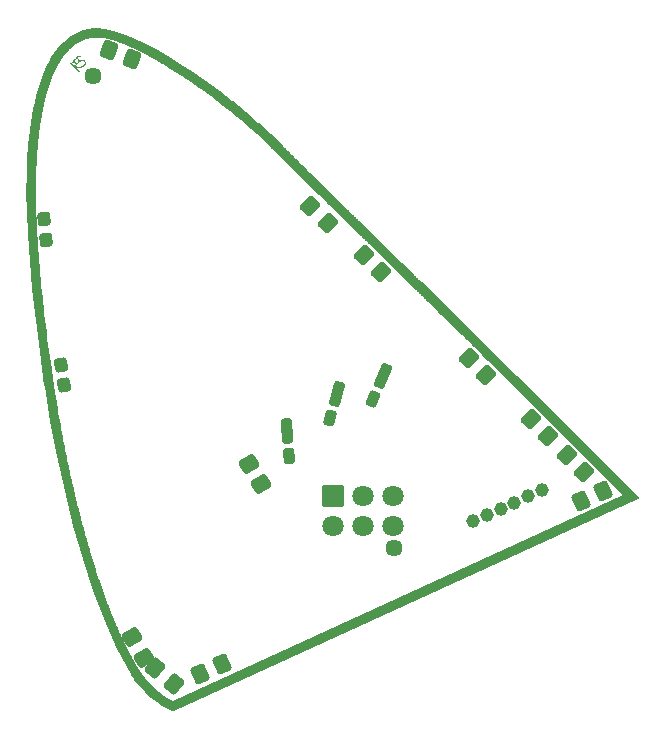
<source format=gts>
%TF.GenerationSoftware,KiCad,Pcbnew,9.0.6-rc1-2-g790dee114b*%
%TF.CreationDate,2025-10-17T23:20:01-04:00*%
%TF.ProjectId,MetamerBoard,4d657461-6d65-4724-926f-6172642e6b69,rev?*%
%TF.SameCoordinates,Original*%
%TF.FileFunction,Soldermask,Top*%
%TF.FilePolarity,Negative*%
%FSLAX45Y45*%
G04 Gerber Fmt 4.5, Leading zero omitted, Abs format (unit mm)*
G04 Created by KiCad (PCBNEW 9.0.6-rc1-2-g790dee114b) date 2025-10-17 23:20:01*
%MOMM*%
%LPD*%
G01*
G04 APERTURE LIST*
G04 Aperture macros list*
%AMRoundRect*
0 Rectangle with rounded corners*
0 $1 Rounding radius*
0 $2 $3 $4 $5 $6 $7 $8 $9 X,Y pos of 4 corners*
0 Add a 4 corners polygon primitive as box body*
4,1,4,$2,$3,$4,$5,$6,$7,$8,$9,$2,$3,0*
0 Add four circle primitives for the rounded corners*
1,1,$1+$1,$2,$3*
1,1,$1+$1,$4,$5*
1,1,$1+$1,$6,$7*
1,1,$1+$1,$8,$9*
0 Add four rect primitives between the rounded corners*
20,1,$1+$1,$2,$3,$4,$5,0*
20,1,$1+$1,$4,$5,$6,$7,0*
20,1,$1+$1,$6,$7,$8,$9,0*
20,1,$1+$1,$8,$9,$2,$3,0*%
G04 Aperture macros list end*
%ADD10C,0.187500*%
%ADD11C,1.166000*%
%ADD12RoundRect,0.282608X-0.610120X0.071975X-0.242728X-0.564367X0.610120X-0.071975X0.242728X0.564367X0*%
%ADD13RoundRect,0.282608X-0.130121X-0.600413X0.538504X-0.295703X0.130121X0.600413X-0.538504X0.295703X0*%
%ADD14RoundRect,0.282608X-0.607959X-0.088388X-0.088388X-0.607959X0.607959X0.088388X0.088388X0.607959X0*%
%ADD15RoundRect,0.282608X0.607959X0.088388X0.088388X0.607959X-0.607959X-0.088388X-0.088388X-0.607959X0*%
%ADD16RoundRect,0.282608X0.513644X0.337042X-0.176828X0.588353X-0.513644X-0.337042X0.176828X-0.588353X0*%
%ADD17RoundRect,0.275000X0.297001X-0.305025X0.251659X0.343391X-0.297001X0.305025X-0.251659X-0.343391X0*%
%ADD18RoundRect,0.275000X0.327258X-0.272309X0.214386X0.367816X-0.327258X0.272309X-0.214386X-0.367816X0*%
%ADD19RoundRect,0.282608X0.597942X0.141039X0.035065X0.613349X-0.597942X-0.141039X-0.035065X-0.613349X0*%
%ADD20RoundRect,0.282608X-0.124876X-0.601525X0.541064X-0.290992X0.124876X0.601525X-0.541064X0.290992X0*%
%ADD21RoundRect,0.237500X0.012646X-0.870432X0.446168X0.747493X-0.012646X0.870432X-0.446168X-0.747493X0*%
%ADD22RoundRect,0.237500X0.116174X-0.484062X0.342641X0.361123X-0.116174X0.484062X-0.342641X-0.361123X0*%
%ADD23RoundRect,0.237500X0.281006X-0.823922X0.193343X0.848782X-0.281006X0.823922X-0.193343X-0.848782X0*%
%ADD24RoundRect,0.237500X0.260071X-0.424471X0.214278X0.449330X-0.260071X0.424471X-0.214278X-0.449330X0*%
%ADD25RoundRect,0.237500X-0.108617X-0.863721X0.545857X0.678124X0.108617X0.863721X-0.545857X-0.678124X0*%
%ADD26RoundRect,0.237500X0.047675X-0.495520X0.389565X0.309922X-0.047675X0.495520X-0.389565X-0.309922X0*%
%ADD27C,1.448000*%
%ADD28RoundRect,0.075000X-0.825000X-0.825000X0.825000X-0.825000X0.825000X0.825000X-0.825000X0.825000X0*%
%ADD29C,1.800000*%
G04 APERTURE END LIST*
D10*
G36*
X12704318Y-7846005D02*
G01*
X12708591Y-7847254D01*
X12713048Y-7849360D01*
X12707899Y-7857987D01*
X12703973Y-7856135D01*
X12700375Y-7855348D01*
X12696986Y-7855487D01*
X12693631Y-7856360D01*
X12690153Y-7857867D01*
X12686511Y-7860089D01*
X12684114Y-7861902D01*
X12688156Y-7863253D01*
X12691937Y-7865292D01*
X12695500Y-7868068D01*
X12695788Y-7868356D01*
X12698234Y-7871438D01*
X12700467Y-7875062D01*
X12702144Y-7879058D01*
X12703113Y-7883653D01*
X12703259Y-7885392D01*
X12709091Y-7882085D01*
X12714711Y-7879570D01*
X12720153Y-7877779D01*
X12725541Y-7876744D01*
X12730644Y-7876494D01*
X12735524Y-7876986D01*
X12740181Y-7878315D01*
X12744358Y-7880543D01*
X12748141Y-7883728D01*
X12751868Y-7888386D01*
X12754477Y-7892864D01*
X12756116Y-7897215D01*
X12757055Y-7901782D01*
X12757290Y-7906001D01*
X12756877Y-7909938D01*
X12755380Y-7915565D01*
X12753325Y-7920090D01*
X12750840Y-7924060D01*
X12748720Y-7926793D01*
X12748646Y-7926867D01*
X12742909Y-7932134D01*
X12737117Y-7936440D01*
X12731251Y-7939866D01*
X12725282Y-7942474D01*
X12719175Y-7944305D01*
X12711116Y-7945848D01*
X12703451Y-7946631D01*
X12696133Y-7946699D01*
X12689121Y-7946083D01*
X12680449Y-7944719D01*
X12673095Y-7942965D01*
X12702750Y-7972620D01*
X12695646Y-7979725D01*
X12646774Y-7930854D01*
X12667803Y-7930854D01*
X12672023Y-7932299D01*
X12677518Y-7933833D01*
X12683411Y-7935109D01*
X12690209Y-7936148D01*
X12698656Y-7936734D01*
X12707346Y-7936278D01*
X12716344Y-7934740D01*
X12722773Y-7932733D01*
X12729033Y-7929678D01*
X12735180Y-7925492D01*
X12741253Y-7920051D01*
X12742677Y-7918225D01*
X12744478Y-7915304D01*
X12745993Y-7912002D01*
X12747053Y-7908235D01*
X12747363Y-7904270D01*
X12746690Y-7899971D01*
X12745635Y-7897213D01*
X12743766Y-7894143D01*
X12740890Y-7890687D01*
X12738423Y-7888619D01*
X12735508Y-7887233D01*
X12732033Y-7886519D01*
X12727845Y-7886556D01*
X12722763Y-7887500D01*
X12716524Y-7889653D01*
X12709418Y-7893300D01*
X12702465Y-7898004D01*
X12695208Y-7904174D01*
X12692239Y-7906567D01*
X12682233Y-7916282D01*
X12667803Y-7930854D01*
X12646774Y-7930854D01*
X12623213Y-7907292D01*
X12637422Y-7907292D01*
X12657360Y-7927230D01*
X12672515Y-7911933D01*
X12671284Y-7911712D01*
X12666448Y-7910126D01*
X12662765Y-7908056D01*
X12659686Y-7905505D01*
X12657580Y-7903086D01*
X12655320Y-7899581D01*
X12653665Y-7895989D01*
X12652577Y-7892280D01*
X12645398Y-7899316D01*
X12637422Y-7907292D01*
X12623213Y-7907292D01*
X12626765Y-7903740D01*
X12629304Y-7901201D01*
X12643423Y-7887206D01*
X12662004Y-7887206D01*
X12662161Y-7890100D01*
X12663263Y-7893362D01*
X12665553Y-7897140D01*
X12668347Y-7899501D01*
X12670713Y-7900905D01*
X12673532Y-7901927D01*
X12676072Y-7902331D01*
X12679004Y-7902108D01*
X12682019Y-7901141D01*
X12685714Y-7899025D01*
X12688032Y-7896706D01*
X12690983Y-7893110D01*
X12692488Y-7890217D01*
X12693205Y-7887307D01*
X12693217Y-7884709D01*
X12692650Y-7882195D01*
X12691585Y-7879741D01*
X12688541Y-7875318D01*
X12685122Y-7872866D01*
X12681946Y-7871605D01*
X12678897Y-7871328D01*
X12676505Y-7871684D01*
X12673855Y-7872672D01*
X12671260Y-7874230D01*
X12668312Y-7876694D01*
X12665919Y-7879087D01*
X12663704Y-7882183D01*
X12662469Y-7884855D01*
X12662004Y-7887206D01*
X12643423Y-7887206D01*
X12645615Y-7885033D01*
X12659319Y-7871620D01*
X12660841Y-7869806D01*
X12669254Y-7861394D01*
X12674703Y-7856457D01*
X12681070Y-7851682D01*
X12685678Y-7849009D01*
X12690661Y-7847052D01*
X12696079Y-7845805D01*
X12700169Y-7845535D01*
X12704318Y-7846005D01*
G37*
D11*
%TO.C,P1*%
X16615954Y-11521803D03*
X16500389Y-11574469D03*
X16384824Y-11627135D03*
X16269259Y-11679801D03*
X16153693Y-11732467D03*
X16038128Y-11785133D03*
%TD*%
D12*
%TO.C,D16*%
X14136350Y-11296220D03*
X14238850Y-11473755D03*
%TD*%
D13*
%TO.C,D12*%
X16947118Y-11616976D03*
X17133660Y-11531963D03*
%TD*%
D14*
%TO.C,D11*%
X16827911Y-11221991D03*
X16972867Y-11366948D03*
%TD*%
D15*
%TO.C,D10*%
X16672867Y-11066948D03*
X16527911Y-10921991D03*
%TD*%
%TO.C,D9*%
X16142867Y-10546948D03*
X15997911Y-10401991D03*
%TD*%
%TO.C,D8*%
X15252867Y-9676948D03*
X15107911Y-9531991D03*
%TD*%
D14*
%TO.C,D7*%
X14657911Y-9111991D03*
X14802867Y-9256948D03*
%TD*%
D16*
%TO.C,D6*%
X13146707Y-7869527D03*
X12954070Y-7799412D03*
%TD*%
D17*
%TO.C,D5*%
X12416498Y-9401756D03*
X12404290Y-9227183D03*
%TD*%
D18*
%TO.C,D4*%
X12575583Y-10630640D03*
X12545195Y-10458299D03*
%TD*%
D12*
%TO.C,D3*%
X13144139Y-12763202D03*
X13246639Y-12940737D03*
%TD*%
D19*
%TO.C,D2*%
X13498909Y-13160355D03*
X13341869Y-13028584D03*
%TD*%
D20*
%TO.C,D1*%
X13722492Y-13080288D03*
X13908285Y-12993651D03*
%TD*%
D21*
%TO.C,D14*%
X14882015Y-10704989D03*
D22*
X14826369Y-10912663D03*
%TD*%
D23*
%TO.C,D15*%
X14461911Y-11017210D03*
D24*
X14473164Y-11231914D03*
%TD*%
D25*
%TO.C,D13*%
X15270477Y-10553160D03*
D26*
X15186470Y-10751069D03*
%TD*%
D27*
%TO.C,*%
X12817889Y-8014469D03*
%TD*%
%TO.C,*%
X15363389Y-12009469D03*
%TD*%
D28*
%TO.C,J1*%
X14851389Y-11569469D03*
D29*
X14851389Y-11823469D03*
X15105389Y-11569469D03*
X15105389Y-11823469D03*
X15359389Y-11569469D03*
X15359389Y-11823469D03*
%TD*%
G36*
X12856442Y-7609905D02*
G01*
X12916418Y-7615184D01*
X12918034Y-7615435D01*
X12987664Y-7630990D01*
X12988776Y-7631294D01*
X13067212Y-7656662D01*
X13068019Y-7656954D01*
X13154134Y-7691549D01*
X13154748Y-7691815D01*
X13247480Y-7735021D01*
X13247969Y-7735262D01*
X13346290Y-7786457D01*
X13346697Y-7786678D01*
X13449589Y-7845229D01*
X13449771Y-7845335D01*
X13449817Y-7845362D01*
X13449984Y-7845463D01*
X13556412Y-7910721D01*
X13556573Y-7910822D01*
X13556667Y-7910881D01*
X13556815Y-7910977D01*
X13665887Y-7982377D01*
X13666170Y-7982568D01*
X13776468Y-8059188D01*
X13776587Y-8059272D01*
X13777377Y-8059834D01*
X13777524Y-8059940D01*
X13888560Y-8141487D01*
X13888815Y-8141680D01*
X13997471Y-8225880D01*
X13997601Y-8225982D01*
X14002504Y-8229887D01*
X14002625Y-8229985D01*
X14107615Y-8315789D01*
X14107738Y-8315892D01*
X14112077Y-8319532D01*
X14112207Y-8319642D01*
X14217091Y-8410120D01*
X14217227Y-8410240D01*
X14218254Y-8411152D01*
X14218377Y-8411263D01*
X14321813Y-8505653D01*
X14321948Y-8505777D01*
X14322405Y-8506207D01*
X14322540Y-8506336D01*
X14422379Y-8603063D01*
X14422517Y-8603200D01*
X14426044Y-8606726D01*
X14429658Y-8610339D01*
X14433282Y-8613960D01*
X14436913Y-8617588D01*
X14436915Y-8617590D01*
X14440554Y-8621225D01*
X14444202Y-8624868D01*
X14447858Y-8628518D01*
X14451522Y-8632175D01*
X14451523Y-8632175D01*
X14455194Y-8635839D01*
X14458876Y-8639511D01*
X14458876Y-8639512D01*
X14462563Y-8643189D01*
X14462563Y-8643189D01*
X14466260Y-8646876D01*
X14469966Y-8650569D01*
X14469966Y-8650570D01*
X14473678Y-8654269D01*
X14477401Y-8657978D01*
X14477401Y-8657979D01*
X14481129Y-8661692D01*
X14484868Y-8665415D01*
X14484869Y-8665417D01*
X14488611Y-8669144D01*
X14492368Y-8672883D01*
X14492368Y-8672883D01*
X14496130Y-8676627D01*
X14499901Y-8680380D01*
X14499901Y-8680380D01*
X14503679Y-8684138D01*
X14503679Y-8684138D01*
X14507465Y-8687903D01*
X14511261Y-8691678D01*
X14515064Y-8695459D01*
X14518874Y-8699246D01*
X14522694Y-8703043D01*
X14526523Y-8706847D01*
X14526523Y-8706847D01*
X14530358Y-8710656D01*
X14530358Y-8710656D01*
X14534204Y-8714476D01*
X14534204Y-8714476D01*
X14538057Y-8718300D01*
X14538057Y-8718301D01*
X14541918Y-8722134D01*
X14545786Y-8725973D01*
X14549664Y-8729822D01*
X14553551Y-8733678D01*
X14553551Y-8733678D01*
X14557444Y-8737540D01*
X14561346Y-8741410D01*
X14565257Y-8745288D01*
X14569176Y-8749173D01*
X14573105Y-8753067D01*
X14573105Y-8753067D01*
X14577041Y-8756968D01*
X14577041Y-8756968D01*
X14580985Y-8760875D01*
X14584936Y-8764790D01*
X14584936Y-8764790D01*
X14588897Y-8768712D01*
X14588898Y-8768714D01*
X14592868Y-8772646D01*
X14592868Y-8772646D01*
X14596845Y-8776582D01*
X14596845Y-8776583D01*
X14600830Y-8780528D01*
X14604824Y-8784481D01*
X14608828Y-8788442D01*
X14612839Y-8792412D01*
X14612839Y-8792412D01*
X14616858Y-8796387D01*
X14620886Y-8800371D01*
X14624923Y-8804364D01*
X14624923Y-8804364D01*
X14628967Y-8808362D01*
X14628967Y-8808362D01*
X14633019Y-8812369D01*
X14637082Y-8816384D01*
X14637082Y-8816384D01*
X14641152Y-8820406D01*
X14641152Y-8820406D01*
X14645230Y-8824436D01*
X14645230Y-8824436D01*
X14649317Y-8828473D01*
X14649317Y-8828474D01*
X14653411Y-8832518D01*
X14657516Y-8836572D01*
X14657516Y-8836573D01*
X14661629Y-8840635D01*
X14661629Y-8840635D01*
X14665749Y-8844702D01*
X14665750Y-8844703D01*
X14669878Y-8848779D01*
X14669878Y-8848779D01*
X14674014Y-8852862D01*
X14678162Y-8856955D01*
X14678163Y-8856956D01*
X14682315Y-8861054D01*
X14686479Y-8865162D01*
X14690651Y-8869278D01*
X14690651Y-8869278D01*
X14694830Y-8873400D01*
X14699020Y-8877531D01*
X14699020Y-8877532D01*
X14703217Y-8881670D01*
X14707422Y-8885816D01*
X14711637Y-8889972D01*
X14711637Y-8889972D01*
X14715860Y-8894135D01*
X14715860Y-8894135D01*
X14720090Y-8898304D01*
X14720090Y-8898304D01*
X14724331Y-8902483D01*
X14724331Y-8902483D01*
X14728578Y-8906668D01*
X14732835Y-8910862D01*
X14737102Y-8915064D01*
X14737102Y-8915065D01*
X14741375Y-8919274D01*
X14745659Y-8923492D01*
X14745659Y-8923492D01*
X14745659Y-8923492D01*
X14749950Y-8927719D01*
X14749950Y-8927719D01*
X14754249Y-8931952D01*
X14758559Y-8936194D01*
X14758560Y-8936195D01*
X14762876Y-8940443D01*
X14767202Y-8944702D01*
X14767202Y-8944702D01*
X14771535Y-8948967D01*
X14775879Y-8953241D01*
X14775879Y-8953241D01*
X14780231Y-8957523D01*
X14780231Y-8957523D01*
X14784591Y-8961813D01*
X14784591Y-8961813D01*
X14788959Y-8966110D01*
X14793338Y-8970416D01*
X14793338Y-8970416D01*
X14793338Y-8970416D01*
X14797724Y-8974731D01*
X14797724Y-8974731D01*
X14802118Y-8979052D01*
X14806523Y-8983382D01*
X14806523Y-8983383D01*
X14806523Y-8983383D01*
X14810935Y-8987721D01*
X14810935Y-8987721D01*
X14815355Y-8992067D01*
X14819786Y-8996422D01*
X14819787Y-8996423D01*
X14824225Y-9000785D01*
X14824225Y-9000785D01*
X14828671Y-9005155D01*
X14828671Y-9005155D01*
X14833126Y-9009533D01*
X14837591Y-9013919D01*
X14837591Y-9013921D01*
X14837592Y-9013920D01*
X14842066Y-9018317D01*
X14842066Y-9018317D01*
X14846547Y-9022719D01*
X14846547Y-9022720D01*
X14846547Y-9022720D01*
X14851039Y-9027132D01*
X14851039Y-9027132D01*
X14855537Y-9031549D01*
X14855538Y-9031551D01*
X14855538Y-9031551D01*
X14860044Y-9035977D01*
X14860046Y-9035979D01*
X14864564Y-9040416D01*
X14864564Y-9040416D01*
X14869089Y-9044860D01*
X14869090Y-9044861D01*
X14873623Y-9049312D01*
X14878165Y-9053773D01*
X14882719Y-9058243D01*
X14882720Y-9058244D01*
X14887279Y-9062719D01*
X14891849Y-9067205D01*
X14896428Y-9071700D01*
X14896428Y-9071700D01*
X14901015Y-9076201D01*
X14901015Y-9076202D01*
X14901015Y-9076202D01*
X14905611Y-9080712D01*
X14910216Y-9085231D01*
X14914828Y-9089757D01*
X14914830Y-9089759D01*
X14919453Y-9094295D01*
X14919453Y-9094295D01*
X14924083Y-9098836D01*
X14924084Y-9098838D01*
X14924084Y-9098838D01*
X14928725Y-9103391D01*
X14928725Y-9103391D01*
X14933373Y-9107950D01*
X14933374Y-9107952D01*
X14938030Y-9112520D01*
X14938030Y-9112520D01*
X14942698Y-9117098D01*
X14942698Y-9117098D01*
X14947374Y-9121683D01*
X14952059Y-9126278D01*
X14952060Y-9126279D01*
X14956752Y-9130880D01*
X14956752Y-9130880D01*
X14961455Y-9135492D01*
X14961455Y-9135492D01*
X14966166Y-9140111D01*
X14966167Y-9140112D01*
X14970886Y-9144739D01*
X14970888Y-9144741D01*
X14973247Y-9147055D01*
X14973247Y-9147055D01*
X14975615Y-9149375D01*
X14975615Y-9149376D01*
X14977983Y-9151697D01*
X14977985Y-9151698D01*
X14980352Y-9154020D01*
X14982725Y-9156346D01*
X14982725Y-9156346D01*
X14985100Y-9158674D01*
X14987477Y-9161003D01*
X14987477Y-9161004D01*
X14989856Y-9163336D01*
X14989856Y-9163336D01*
X14992238Y-9165670D01*
X14992238Y-9165670D01*
X14994617Y-9168001D01*
X14994620Y-9168007D01*
X14994621Y-9168006D01*
X14997004Y-9170343D01*
X14999394Y-9172685D01*
X14999394Y-9172685D01*
X15001785Y-9175028D01*
X15001787Y-9175029D01*
X15004176Y-9177372D01*
X15006572Y-9179719D01*
X15006572Y-9179720D01*
X15008969Y-9182069D01*
X15008969Y-9182069D01*
X15011368Y-9184420D01*
X15011368Y-9184420D01*
X15013769Y-9186773D01*
X15013769Y-9186773D01*
X15016174Y-9189129D01*
X15016174Y-9189129D01*
X15018579Y-9191486D01*
X15018581Y-9191487D01*
X15020987Y-9193845D01*
X15020987Y-9193846D01*
X15023396Y-9196207D01*
X15023396Y-9196207D01*
X15025810Y-9198572D01*
X15025810Y-9198572D01*
X15028225Y-9200938D01*
X15028225Y-9200938D01*
X15030642Y-9203305D01*
X15030644Y-9203307D01*
X15033059Y-9205675D01*
X15033059Y-9205675D01*
X15035483Y-9208049D01*
X15035485Y-9208050D01*
X15037907Y-9210423D01*
X15037907Y-9210424D01*
X15040333Y-9212801D01*
X15040333Y-9212801D01*
X15042760Y-9215179D01*
X15045190Y-9217559D01*
X15045191Y-9217561D01*
X15045192Y-9217560D01*
X15047624Y-9219944D01*
X15050060Y-9222330D01*
X15050062Y-9222332D01*
X15052498Y-9224719D01*
X15052498Y-9224719D01*
X15054937Y-9227107D01*
X15054937Y-9227108D01*
X15057379Y-9229500D01*
X15059823Y-9231894D01*
X15059823Y-9231894D01*
X15062269Y-9234290D01*
X15064717Y-9236688D01*
X15067169Y-9239089D01*
X15067171Y-9239090D01*
X15069621Y-9241491D01*
X15072078Y-9243897D01*
X15072080Y-9243898D01*
X15074536Y-9246304D01*
X15074536Y-9246304D01*
X15076995Y-9248713D01*
X15076997Y-9248714D01*
X15079455Y-9251123D01*
X15081922Y-9253538D01*
X15081924Y-9253539D01*
X15084389Y-9255953D01*
X15084389Y-9255954D01*
X15086858Y-9258371D01*
X15086858Y-9258372D01*
X15089329Y-9260792D01*
X15089331Y-9260793D01*
X15091800Y-9263213D01*
X15091800Y-9263213D01*
X15094278Y-9265639D01*
X15094280Y-9265640D01*
X15096755Y-9268065D01*
X15099237Y-9270495D01*
X15099239Y-9270496D01*
X15101718Y-9272924D01*
X15104202Y-9275356D01*
X15104203Y-9275359D01*
X15104204Y-9275359D01*
X15106689Y-9277793D01*
X15109177Y-9280228D01*
X15109180Y-9280233D01*
X15109181Y-9280232D01*
X15111671Y-9282671D01*
X15114166Y-9285114D01*
X15116662Y-9287557D01*
X15116662Y-9287558D01*
X15116662Y-9287558D01*
X15119162Y-9290005D01*
X15119162Y-9290005D01*
X15121660Y-9292450D01*
X15121661Y-9292453D01*
X15121662Y-9292453D01*
X15124165Y-9294904D01*
X15124165Y-9294904D01*
X15126669Y-9297356D01*
X15129178Y-9299812D01*
X15129180Y-9299813D01*
X15131689Y-9302270D01*
X15131689Y-9302270D01*
X15134198Y-9304726D01*
X15134199Y-9304729D01*
X15134200Y-9304729D01*
X15136713Y-9307190D01*
X15139231Y-9309654D01*
X15139231Y-9309655D01*
X15141750Y-9312120D01*
X15141750Y-9312121D01*
X15144271Y-9314589D01*
X15146796Y-9317060D01*
X15146796Y-9317060D01*
X15149319Y-9319530D01*
X15149320Y-9319532D01*
X15149321Y-9319532D01*
X15151849Y-9322007D01*
X15151851Y-9322008D01*
X15154377Y-9324483D01*
X15156912Y-9326964D01*
X15156914Y-9326965D01*
X15159448Y-9329446D01*
X15159448Y-9329446D01*
X15161982Y-9331926D01*
X15161983Y-9331929D01*
X15161984Y-9331928D01*
X15164525Y-9334416D01*
X15164525Y-9334416D01*
X15167066Y-9336903D01*
X15167066Y-9336904D01*
X15169610Y-9339394D01*
X15169612Y-9339395D01*
X15172155Y-9341886D01*
X15174703Y-9344380D01*
X15174705Y-9344382D01*
X15177257Y-9346879D01*
X15177257Y-9346879D01*
X15179806Y-9349374D01*
X15179809Y-9349378D01*
X15179810Y-9349377D01*
X15182364Y-9351879D01*
X15184923Y-9354384D01*
X15184923Y-9354384D01*
X15187482Y-9356889D01*
X15190046Y-9359398D01*
X15190046Y-9359398D01*
X15192611Y-9361908D01*
X15192613Y-9361909D01*
X15195178Y-9364420D01*
X15195178Y-9364421D01*
X15197746Y-9366935D01*
X15200315Y-9369449D01*
X15200319Y-9369452D01*
X15202891Y-9371970D01*
X15202892Y-9371972D01*
X15202893Y-9371971D01*
X15205468Y-9374493D01*
X15208048Y-9377018D01*
X15208048Y-9377018D01*
X15210629Y-9379543D01*
X15210629Y-9379544D01*
X15213212Y-9382072D01*
X15213214Y-9382073D01*
X15215798Y-9384603D01*
X15215798Y-9384603D01*
X15218384Y-9387135D01*
X15220975Y-9389670D01*
X15220977Y-9389671D01*
X15223567Y-9392207D01*
X15226161Y-9394745D01*
X15226162Y-9394747D01*
X15226163Y-9394747D01*
X15228760Y-9397289D01*
X15228760Y-9397289D01*
X15231358Y-9399832D01*
X15231358Y-9399832D01*
X15233961Y-9402379D01*
X15233963Y-9402380D01*
X15236565Y-9404927D01*
X15236565Y-9404928D01*
X15239170Y-9407478D01*
X15239170Y-9407478D01*
X15241778Y-9410030D01*
X15241779Y-9410032D01*
X15241780Y-9410031D01*
X15244388Y-9412585D01*
X15247000Y-9415140D01*
X15247003Y-9415145D01*
X15247004Y-9415144D01*
X15249618Y-9417703D01*
X15252237Y-9420266D01*
X15252237Y-9420266D01*
X15254857Y-9422830D01*
X15257478Y-9425395D01*
X15257479Y-9425397D01*
X15257480Y-9425396D01*
X15260102Y-9427964D01*
X15262732Y-9430537D01*
X15262734Y-9430538D01*
X15265361Y-9433109D01*
X15265361Y-9433110D01*
X15267993Y-9435686D01*
X15267993Y-9435686D01*
X15270627Y-9438264D01*
X15270627Y-9438264D01*
X15273262Y-9440843D01*
X15275900Y-9443424D01*
X15275901Y-9443426D01*
X15275902Y-9443426D01*
X15278541Y-9446009D01*
X15278543Y-9446011D01*
X15281187Y-9448598D01*
X15281187Y-9448598D01*
X15283832Y-9451187D01*
X15286478Y-9453776D01*
X15286479Y-9453778D01*
X15286480Y-9453777D01*
X15289131Y-9456372D01*
X15289131Y-9456372D01*
X15291783Y-9458968D01*
X15291783Y-9458968D01*
X15294438Y-9461566D01*
X15294438Y-9461566D01*
X15297096Y-9464167D01*
X15297098Y-9464168D01*
X15299756Y-9466770D01*
X15299756Y-9466770D01*
X15302418Y-9469375D01*
X15302418Y-9469375D01*
X15305078Y-9471978D01*
X15305081Y-9471983D01*
X15305082Y-9471982D01*
X15307747Y-9474591D01*
X15310418Y-9477204D01*
X15310418Y-9477204D01*
X15313089Y-9479818D01*
X15313089Y-9479818D01*
X15313092Y-9479821D01*
X15315761Y-9482434D01*
X15318438Y-9485054D01*
X15318438Y-9485054D01*
X15321115Y-9487674D01*
X15323795Y-9490296D01*
X15323796Y-9490298D01*
X15323797Y-9490298D01*
X15326480Y-9492924D01*
X15326480Y-9492924D01*
X15329166Y-9495552D01*
X15329166Y-9495552D01*
X15331853Y-9498181D01*
X15331855Y-9498183D01*
X15334542Y-9500814D01*
X15337234Y-9503448D01*
X15337235Y-9503450D01*
X15337236Y-9503450D01*
X15339930Y-9506087D01*
X15339930Y-9506087D01*
X15342625Y-9508725D01*
X15342625Y-9508725D01*
X15345325Y-9511365D01*
X15345326Y-9511368D01*
X15345327Y-9511368D01*
X15348029Y-9514012D01*
X15348031Y-9514013D01*
X15350733Y-9516658D01*
X15350733Y-9516659D01*
X15353438Y-9519307D01*
X15356148Y-9521959D01*
X15356148Y-9521959D01*
X15358859Y-9524612D01*
X15358859Y-9524612D01*
X15361572Y-9527267D01*
X15361572Y-9527267D01*
X15364288Y-9529925D01*
X15364290Y-9529926D01*
X15367004Y-9532584D01*
X15367004Y-9532584D01*
X15369727Y-9535248D01*
X15369729Y-9535249D01*
X15372450Y-9537912D01*
X15372450Y-9537913D01*
X15375175Y-9540580D01*
X15375177Y-9540581D01*
X15377901Y-9543249D01*
X15380633Y-9545922D01*
X15380633Y-9545922D01*
X15383365Y-9548596D01*
X15383367Y-9548597D01*
X15386099Y-9551271D01*
X15386099Y-9551272D01*
X15388835Y-9553950D01*
X15391574Y-9556630D01*
X15391575Y-9556632D01*
X15391576Y-9556632D01*
X15394317Y-9559315D01*
X15394317Y-9559315D01*
X15397060Y-9562000D01*
X15399804Y-9564685D01*
X15399807Y-9564690D01*
X15399808Y-9564689D01*
X15402553Y-9567377D01*
X15402553Y-9567377D01*
X15405304Y-9570068D01*
X15405307Y-9570072D01*
X15405308Y-9570072D01*
X15408061Y-9572767D01*
X15408061Y-9572767D01*
X15410816Y-9575464D01*
X15413575Y-9578164D01*
X15413575Y-9578164D01*
X15416336Y-9580866D01*
X15416338Y-9580867D01*
X15419099Y-9583570D01*
X15419099Y-9583571D01*
X15421863Y-9586277D01*
X15424632Y-9588986D01*
X15424632Y-9588987D01*
X15427402Y-9591698D01*
X15427404Y-9591699D01*
X15430173Y-9594411D01*
X15432949Y-9597127D01*
X15432949Y-9597128D01*
X15435726Y-9599846D01*
X15435726Y-9599846D01*
X15438506Y-9602567D01*
X15438508Y-9602568D01*
X15441285Y-9605288D01*
X15444068Y-9608011D01*
X15444071Y-9608016D01*
X15444072Y-9608015D01*
X15446857Y-9610742D01*
X15449647Y-9613473D01*
X15449647Y-9613473D01*
X15452439Y-9616206D01*
X15452439Y-9616206D01*
X15455231Y-9618939D01*
X15455233Y-9618940D01*
X15458027Y-9621676D01*
X15458029Y-9621678D01*
X15458029Y-9621678D01*
X15460825Y-9624416D01*
X15463624Y-9627155D01*
X15463627Y-9627159D01*
X15463628Y-9627158D01*
X15466430Y-9629902D01*
X15466430Y-9629902D01*
X15469237Y-9632650D01*
X15469237Y-9632650D01*
X15469238Y-9632651D01*
X15472043Y-9635397D01*
X15472044Y-9635399D01*
X15472045Y-9635399D01*
X15474853Y-9638149D01*
X15477664Y-9640900D01*
X15477667Y-9640904D01*
X15477668Y-9640903D01*
X15480482Y-9643659D01*
X15480482Y-9643659D01*
X15483301Y-9646419D01*
X15483301Y-9646419D01*
X15483304Y-9646422D01*
X15486118Y-9649178D01*
X15486118Y-9649178D01*
X15488941Y-9651941D01*
X15488942Y-9651943D01*
X15488943Y-9651942D01*
X15491766Y-9654707D01*
X15494592Y-9657472D01*
X15494594Y-9657477D01*
X15494595Y-9657476D01*
X15497422Y-9660245D01*
X15497422Y-9660245D01*
X15500254Y-9663017D01*
X15500255Y-9663019D01*
X15500256Y-9663019D01*
X15503090Y-9665794D01*
X15505926Y-9668571D01*
X15508766Y-9671351D01*
X15508768Y-9671352D01*
X15511607Y-9674132D01*
X15511607Y-9674133D01*
X15514451Y-9676917D01*
X15514451Y-9676918D01*
X15517298Y-9679705D01*
X15517298Y-9679705D01*
X15520144Y-9682492D01*
X15520145Y-9682494D01*
X15520146Y-9682494D01*
X15522997Y-9685286D01*
X15522997Y-9685286D01*
X15525850Y-9688079D01*
X15531564Y-9693675D01*
X15531565Y-9693675D01*
X15537287Y-9699279D01*
X15543020Y-9704894D01*
X15543020Y-9704894D01*
X15548763Y-9710518D01*
X15548763Y-9710518D01*
X15554515Y-9716151D01*
X15554515Y-9716151D01*
X15560277Y-9721794D01*
X15560277Y-9721794D01*
X15566049Y-9727447D01*
X15566049Y-9727447D01*
X15571830Y-9733109D01*
X15571830Y-9733109D01*
X15577620Y-9738780D01*
X15577621Y-9738781D01*
X15577621Y-9738781D01*
X15583421Y-9744462D01*
X15589231Y-9750153D01*
X15592066Y-9752930D01*
X15592080Y-9752943D01*
X15592136Y-9752999D01*
X15592138Y-9753003D01*
X15592139Y-9753002D01*
X16396548Y-10543793D01*
X16396567Y-10543812D01*
X16397403Y-10544637D01*
X16397430Y-10544664D01*
X17365001Y-11506043D01*
X17365021Y-11506080D01*
X17365029Y-11506071D01*
X17433895Y-11574938D01*
X17437243Y-11581070D01*
X17436745Y-11588040D01*
X17432558Y-11593633D01*
X17430275Y-11594987D01*
X17410176Y-11604159D01*
X17403260Y-11605152D01*
X17402824Y-11605081D01*
X17307543Y-11587871D01*
X17301296Y-11584742D01*
X17297732Y-11578733D01*
X17297983Y-11571750D01*
X17301969Y-11566012D01*
X17304599Y-11564388D01*
X17308450Y-11562630D01*
X17308450Y-11562630D01*
X16799548Y-11055458D01*
X16680975Y-10937781D01*
X16680975Y-10937781D01*
X16594683Y-10852255D01*
X16594683Y-10852255D01*
X16524453Y-10782719D01*
X16524453Y-10782719D01*
X16466057Y-10724947D01*
X16466057Y-10724947D01*
X16415517Y-10674983D01*
X16369046Y-10629068D01*
X16326541Y-10587095D01*
X16287906Y-10548963D01*
X16287906Y-10548962D01*
X16253059Y-10514584D01*
X16221917Y-10483873D01*
X16190984Y-10453379D01*
X16163663Y-10426455D01*
X16136504Y-10399701D01*
X16136504Y-10399701D01*
X16112879Y-10376432D01*
X16089375Y-10353292D01*
X16065999Y-10330280D01*
X16046059Y-10310659D01*
X16026213Y-10291131D01*
X16006456Y-10271697D01*
X16006456Y-10271697D01*
X15986792Y-10252359D01*
X15970474Y-10236314D01*
X15954219Y-10220333D01*
X15938028Y-10204418D01*
X15921900Y-10188566D01*
X15905832Y-10172779D01*
X15889828Y-10157055D01*
X15889828Y-10157055D01*
X15877071Y-10144524D01*
X15864353Y-10132033D01*
X15851675Y-10119582D01*
X15839037Y-10107172D01*
X15826439Y-10094802D01*
X15813881Y-10082474D01*
X15801362Y-10070185D01*
X15788883Y-10057937D01*
X15776444Y-10045729D01*
X15767140Y-10036598D01*
X15767140Y-10036598D01*
X15757859Y-10027492D01*
X15748600Y-10018408D01*
X15748600Y-10018408D01*
X15739363Y-10009346D01*
X15730148Y-10000306D01*
X15720955Y-9991288D01*
X15720955Y-9991288D01*
X15711785Y-9982295D01*
X15711784Y-9982294D01*
X15702637Y-9973322D01*
X15693511Y-9964372D01*
X15684407Y-9955445D01*
X15684407Y-9955444D01*
X15675325Y-9946539D01*
X15666265Y-9937655D01*
X15666265Y-9937655D01*
X15657227Y-9928795D01*
X15648210Y-9919956D01*
X15648210Y-9919956D01*
X15639216Y-9911140D01*
X15639216Y-9911139D01*
X15633232Y-9905274D01*
X15627258Y-9899418D01*
X15627258Y-9899418D01*
X15627256Y-9899417D01*
X15621293Y-9893571D01*
X15621293Y-9893571D01*
X15615339Y-9887736D01*
X15609394Y-9881910D01*
X15609393Y-9881909D01*
X15603460Y-9876093D01*
X15597535Y-9870289D01*
X15597533Y-9870286D01*
X15597533Y-9870287D01*
X15591619Y-9864489D01*
X15585712Y-9858701D01*
X15585712Y-9858701D01*
X15579815Y-9852925D01*
X15579813Y-9852923D01*
X15573928Y-9847156D01*
X15573928Y-9847156D01*
X15568051Y-9841399D01*
X15568049Y-9841397D01*
X15562183Y-9835649D01*
X15562183Y-9835649D01*
X15556326Y-9829911D01*
X15550478Y-9824182D01*
X15544640Y-9818463D01*
X15538811Y-9812753D01*
X15532992Y-9807053D01*
X15532991Y-9807052D01*
X15527183Y-9801362D01*
X15521383Y-9795681D01*
X15515593Y-9790010D01*
X15509812Y-9784348D01*
X15504041Y-9778696D01*
X15498280Y-9773054D01*
X15492528Y-9767421D01*
X15492527Y-9767420D01*
X15486786Y-9761797D01*
X15481053Y-9756183D01*
X15475330Y-9750579D01*
X15475329Y-9750578D01*
X15469618Y-9744984D01*
X15466764Y-9742191D01*
X15466763Y-9742189D01*
X15463913Y-9739399D01*
X15461065Y-9736610D01*
X15461065Y-9736609D01*
X15458220Y-9733823D01*
X15455375Y-9731039D01*
X15455375Y-9731038D01*
X15455373Y-9731037D01*
X15452535Y-9728257D01*
X15449695Y-9725477D01*
X15449694Y-9725476D01*
X15446859Y-9722701D01*
X15446859Y-9722700D01*
X15444025Y-9719926D01*
X15441193Y-9717153D01*
X15438365Y-9714383D01*
X15435537Y-9711615D01*
X15435535Y-9711614D01*
X15432712Y-9708850D01*
X15429890Y-9706087D01*
X15429890Y-9706086D01*
X15427072Y-9703327D01*
X15424253Y-9700568D01*
X15424252Y-9700567D01*
X15421438Y-9697813D01*
X15421437Y-9697811D01*
X15418627Y-9695059D01*
X15415816Y-9692307D01*
X15415816Y-9692307D01*
X15413009Y-9689559D01*
X15413009Y-9689559D01*
X15410202Y-9686812D01*
X15410201Y-9686811D01*
X15407399Y-9684069D01*
X15407399Y-9684068D01*
X15404598Y-9681326D01*
X15404596Y-9681325D01*
X15401798Y-9678585D01*
X15401798Y-9678585D01*
X15399004Y-9675851D01*
X15399001Y-9675848D01*
X15396210Y-9673115D01*
X15396210Y-9673115D01*
X15393419Y-9670383D01*
X15390630Y-9667652D01*
X15390630Y-9667652D01*
X15387844Y-9664925D01*
X15387844Y-9664925D01*
X15385062Y-9662202D01*
X15385060Y-9662200D01*
X15385060Y-9662201D01*
X15382279Y-9659477D01*
X15382279Y-9659477D01*
X15379499Y-9656757D01*
X15376722Y-9654039D01*
X15376722Y-9654038D01*
X15373947Y-9651323D01*
X15373945Y-9651321D01*
X15371174Y-9648608D01*
X15371174Y-9648607D01*
X15368405Y-9645898D01*
X15368405Y-9645897D01*
X15365637Y-9643188D01*
X15365636Y-9643187D01*
X15362873Y-9640482D01*
X15360109Y-9637778D01*
X15360107Y-9637776D01*
X15357349Y-9635076D01*
X15354592Y-9632376D01*
X15351836Y-9629680D01*
X15351835Y-9629678D01*
X15351835Y-9629679D01*
X15349081Y-9626983D01*
X15349081Y-9626983D01*
X15346331Y-9624292D01*
X15346329Y-9624290D01*
X15343583Y-9621601D01*
X15343583Y-9621601D01*
X15340835Y-9618913D01*
X15340833Y-9618911D01*
X15338092Y-9616228D01*
X15338092Y-9616227D01*
X15335350Y-9613544D01*
X15332610Y-9610862D01*
X15332610Y-9610862D01*
X15329876Y-9608186D01*
X15329874Y-9608184D01*
X15329874Y-9608185D01*
X15327139Y-9605508D01*
X15327139Y-9605508D01*
X15324406Y-9602833D01*
X15324406Y-9602833D01*
X15321677Y-9600162D01*
X15321677Y-9600162D01*
X15321673Y-9600159D01*
X15318949Y-9597491D01*
X15318949Y-9597491D01*
X15316225Y-9594826D01*
X15313503Y-9592161D01*
X15310781Y-9589499D01*
X15310781Y-9589498D01*
X15310778Y-9589495D01*
X15308062Y-9586837D01*
X15308062Y-9586837D01*
X15305348Y-9584180D01*
X15305348Y-9584180D01*
X15302634Y-9581525D01*
X15299923Y-9578872D01*
X15299923Y-9578872D01*
X15297215Y-9576222D01*
X15297214Y-9576220D01*
X15297214Y-9576221D01*
X15294507Y-9573571D01*
X15294507Y-9573571D01*
X15291804Y-9570926D01*
X15289104Y-9568283D01*
X15289102Y-9568281D01*
X15289102Y-9568282D01*
X15286402Y-9565639D01*
X15286402Y-9565639D01*
X15283706Y-9563001D01*
X15283704Y-9562999D01*
X15281012Y-9560363D01*
X15278319Y-9557729D01*
X15278317Y-9557727D01*
X15275628Y-9555095D01*
X15275628Y-9555094D01*
X15272943Y-9552467D01*
X15272941Y-9552465D01*
X15272941Y-9552466D01*
X15270256Y-9549838D01*
X15270256Y-9549838D01*
X15267574Y-9547212D01*
X15264892Y-9544588D01*
X15264889Y-9544585D01*
X15262212Y-9541965D01*
X15262212Y-9541965D01*
X15259540Y-9539350D01*
X15259538Y-9539348D01*
X15259538Y-9539349D01*
X15256864Y-9536732D01*
X15256864Y-9536732D01*
X15254193Y-9534118D01*
X15254193Y-9534117D01*
X15251524Y-9531506D01*
X15251524Y-9531506D01*
X15248858Y-9528897D01*
X15248857Y-9528895D01*
X15248857Y-9528896D01*
X15246194Y-9526288D01*
X15243531Y-9523683D01*
X15240871Y-9521080D01*
X15240871Y-9521079D01*
X15238214Y-9518480D01*
X15235559Y-9515882D01*
X15235557Y-9515880D01*
X15232905Y-9513284D01*
X15232905Y-9513284D01*
X15230256Y-9510692D01*
X15230254Y-9510690D01*
X15227609Y-9508100D01*
X15224962Y-9505511D01*
X15222320Y-9502925D01*
X15222318Y-9502923D01*
X15222318Y-9502924D01*
X15219678Y-9500339D01*
X15217038Y-9497757D01*
X15217036Y-9497755D01*
X15214402Y-9495177D01*
X15211768Y-9492599D01*
X15211768Y-9492599D01*
X15209136Y-9490023D01*
X15209136Y-9490022D01*
X15206508Y-9487451D01*
X15203879Y-9484879D01*
X15203877Y-9484877D01*
X15201256Y-9482311D01*
X15201254Y-9482309D01*
X15201254Y-9482310D01*
X15198631Y-9479742D01*
X15198631Y-9479742D01*
X15196014Y-9477180D01*
X15196012Y-9477178D01*
X15196012Y-9477179D01*
X15193396Y-9474617D01*
X15193396Y-9474617D01*
X15190778Y-9472056D01*
X15190774Y-9472053D01*
X15188164Y-9469498D01*
X15188164Y-9469497D01*
X15185554Y-9466944D01*
X15185554Y-9466944D01*
X15182945Y-9464391D01*
X15182943Y-9464389D01*
X15180338Y-9461839D01*
X15180338Y-9461839D01*
X15177734Y-9459290D01*
X15177732Y-9459289D01*
X15175134Y-9456745D01*
X15175134Y-9456745D01*
X15172533Y-9454200D01*
X15172532Y-9454199D01*
X15169936Y-9451659D01*
X15169936Y-9451658D01*
X15167341Y-9449119D01*
X15164748Y-9446581D01*
X15164748Y-9446581D01*
X15162160Y-9444048D01*
X15162158Y-9444046D01*
X15162158Y-9444047D01*
X15159570Y-9441514D01*
X15159568Y-9441512D01*
X15156985Y-9438983D01*
X15156985Y-9438983D01*
X15154400Y-9436452D01*
X15154400Y-9436452D01*
X15151820Y-9433928D01*
X15151820Y-9433927D01*
X15151816Y-9433924D01*
X15149244Y-9431405D01*
X15149244Y-9431405D01*
X15146665Y-9428883D01*
X15146661Y-9428879D01*
X15144090Y-9426362D01*
X15144090Y-9426361D01*
X15141519Y-9423845D01*
X15141518Y-9423844D01*
X15138949Y-9421330D01*
X15138949Y-9421330D01*
X15136384Y-9418819D01*
X15136382Y-9418817D01*
X15136382Y-9418818D01*
X15133817Y-9416306D01*
X15133817Y-9416306D01*
X15131256Y-9413799D01*
X15128696Y-9411294D01*
X15128694Y-9411292D01*
X15128694Y-9411293D01*
X15126136Y-9408789D01*
X15123582Y-9406288D01*
X15123580Y-9406286D01*
X15123580Y-9406287D01*
X15121026Y-9403786D01*
X15121026Y-9403786D01*
X15118476Y-9401290D01*
X15118476Y-9401290D01*
X15115927Y-9398795D01*
X15115927Y-9398794D01*
X15113380Y-9396301D01*
X15113380Y-9396301D01*
X15113378Y-9396300D01*
X15110835Y-9393810D01*
X15110835Y-9393810D01*
X15108294Y-9391323D01*
X15105754Y-9388837D01*
X15103218Y-9386354D01*
X15103216Y-9386352D01*
X15103216Y-9386353D01*
X15100681Y-9383871D01*
X15100681Y-9383870D01*
X15098148Y-9381391D01*
X15098148Y-9381391D01*
X15095619Y-9378915D01*
X15093091Y-9376440D01*
X15093089Y-9376438D01*
X15093089Y-9376439D01*
X15090563Y-9373966D01*
X15090563Y-9373965D01*
X15088039Y-9371494D01*
X15088037Y-9371493D01*
X15085519Y-9369026D01*
X15082998Y-9366559D01*
X15082998Y-9366559D01*
X15080481Y-9364096D01*
X15080477Y-9364092D01*
X15077966Y-9361633D01*
X15077966Y-9361632D01*
X15075454Y-9359174D01*
X15075454Y-9359173D01*
X15072944Y-9356716D01*
X15072942Y-9356715D01*
X15070436Y-9354261D01*
X15070436Y-9354260D01*
X15067930Y-9351806D01*
X15067930Y-9351806D01*
X15065427Y-9349357D01*
X15065425Y-9349355D01*
X15062928Y-9346909D01*
X15062926Y-9346907D01*
X15062926Y-9346907D01*
X15060426Y-9344459D01*
X15060426Y-9344459D01*
X15057931Y-9342016D01*
X15057929Y-9342015D01*
X15055437Y-9339575D01*
X15055435Y-9339573D01*
X15052943Y-9337132D01*
X15052943Y-9337132D01*
X15050455Y-9334697D01*
X15050451Y-9334693D01*
X15047968Y-9332261D01*
X15045484Y-9329828D01*
X15043000Y-9327396D01*
X15043000Y-9327395D01*
X15040519Y-9324966D01*
X15040517Y-9324965D01*
X15038041Y-9322540D01*
X15035565Y-9320115D01*
X15033092Y-9317693D01*
X15030619Y-9315272D01*
X15030617Y-9315270D01*
X15028152Y-9312855D01*
X15028150Y-9312853D01*
X15028150Y-9312853D01*
X15025684Y-9310438D01*
X15023218Y-9308023D01*
X15020755Y-9305611D01*
X15020755Y-9305610D01*
X15018297Y-9303203D01*
X15018296Y-9303201D01*
X15018295Y-9303202D01*
X15015838Y-9300794D01*
X15013381Y-9298389D01*
X15013379Y-9298387D01*
X15010927Y-9295985D01*
X15010927Y-9295985D01*
X15008476Y-9293584D01*
X15008474Y-9293583D01*
X15006029Y-9291187D01*
X15006027Y-9291185D01*
X15006027Y-9291186D01*
X15003579Y-9288787D01*
X15003579Y-9288787D01*
X15001136Y-9286395D01*
X15001132Y-9286391D01*
X14998693Y-9284000D01*
X14998693Y-9284000D01*
X14996254Y-9281612D01*
X14993818Y-9279225D01*
X14993817Y-9279223D01*
X14993816Y-9279224D01*
X14991383Y-9276839D01*
X14991383Y-9276839D01*
X14988947Y-9274454D01*
X14988947Y-9274454D01*
X14988943Y-9274451D01*
X14986516Y-9272073D01*
X14984088Y-9269694D01*
X14984088Y-9269694D01*
X14981661Y-9267316D01*
X14981661Y-9267316D01*
X14979237Y-9264941D01*
X14979237Y-9264941D01*
X14976815Y-9262568D01*
X14976815Y-9262567D01*
X14974395Y-9260196D01*
X14974395Y-9260196D01*
X14971977Y-9257828D01*
X14971977Y-9257828D01*
X14969564Y-9255464D01*
X14969562Y-9255461D01*
X14969562Y-9255462D01*
X14967150Y-9253097D01*
X14964738Y-9250734D01*
X14964738Y-9250734D01*
X14964736Y-9250733D01*
X14962329Y-9248373D01*
X14962329Y-9248373D01*
X14959925Y-9246018D01*
X14959924Y-9246016D01*
X14959923Y-9246017D01*
X14957519Y-9243661D01*
X14957519Y-9243661D01*
X14955117Y-9241307D01*
X14955117Y-9241306D01*
X14952718Y-9238955D01*
X14952718Y-9238955D01*
X14950320Y-9236606D01*
X14947925Y-9234258D01*
X14947925Y-9234259D01*
X14945532Y-9231914D01*
X14945532Y-9231913D01*
X14945528Y-9231910D01*
X14943139Y-9229567D01*
X14943139Y-9229567D01*
X14940753Y-9227230D01*
X14940749Y-9227226D01*
X14938367Y-9224891D01*
X14938367Y-9224890D01*
X14935983Y-9222553D01*
X14935983Y-9222553D01*
X14933601Y-9220219D01*
X14933601Y-9220219D01*
X14931221Y-9217886D01*
X14931221Y-9217886D01*
X14928844Y-9215556D01*
X14928844Y-9215556D01*
X14928840Y-9215553D01*
X14926468Y-9213227D01*
X14926468Y-9213226D01*
X14924096Y-9210901D01*
X14924094Y-9210900D01*
X14921725Y-9208577D01*
X14921725Y-9208577D01*
X14919359Y-9206257D01*
X14919357Y-9206255D01*
X14919357Y-9206256D01*
X14916990Y-9203935D01*
X14916990Y-9203935D01*
X14912265Y-9199303D01*
X14912263Y-9199301D01*
X14907549Y-9194678D01*
X14902841Y-9190062D01*
X14902840Y-9190061D01*
X14898143Y-9185454D01*
X14898142Y-9185453D01*
X14898142Y-9185454D01*
X14893452Y-9180854D01*
X14888770Y-9176263D01*
X14888768Y-9176261D01*
X14884097Y-9171679D01*
X14884097Y-9171679D01*
X14879434Y-9167106D01*
X14879432Y-9167104D01*
X14874780Y-9162540D01*
X14870134Y-9157982D01*
X14865496Y-9153432D01*
X14865496Y-9153432D01*
X14865494Y-9153431D01*
X14860868Y-9148892D01*
X14860867Y-9148891D01*
X14856250Y-9144359D01*
X14851638Y-9139835D01*
X14851637Y-9139834D01*
X14847037Y-9135319D01*
X14847036Y-9135318D01*
X14847036Y-9135319D01*
X14842443Y-9130811D01*
X14837859Y-9126312D01*
X14837857Y-9126310D01*
X14833285Y-9121821D01*
X14828717Y-9117338D01*
X14828715Y-9117336D01*
X14824159Y-9112863D01*
X14824158Y-9112862D01*
X14819610Y-9108396D01*
X14819610Y-9108396D01*
X14815070Y-9103938D01*
X14815070Y-9103937D01*
X14810538Y-9099488D01*
X14810537Y-9099487D01*
X14806015Y-9095046D01*
X14801501Y-9090613D01*
X14801499Y-9090611D01*
X14796995Y-9086186D01*
X14796995Y-9086186D01*
X14792499Y-9081769D01*
X14792498Y-9081769D01*
X14788012Y-9077361D01*
X14788011Y-9077360D01*
X14788011Y-9077361D01*
X14783533Y-9072960D01*
X14779064Y-9068570D01*
X14779061Y-9068568D01*
X14774599Y-9064182D01*
X14774599Y-9064182D01*
X14770147Y-9059806D01*
X14770146Y-9059806D01*
X14765702Y-9055438D01*
X14761266Y-9051078D01*
X14761265Y-9051077D01*
X14756840Y-9046726D01*
X14756839Y-9046725D01*
X14756839Y-9046726D01*
X14752420Y-9042381D01*
X14752420Y-9042381D01*
X14748011Y-9038047D01*
X14748009Y-9038045D01*
X14743611Y-9033719D01*
X14743610Y-9033718D01*
X14743610Y-9033719D01*
X14739218Y-9029398D01*
X14739218Y-9029398D01*
X14734835Y-9025087D01*
X14734834Y-9025086D01*
X14734834Y-9025087D01*
X14730459Y-9020783D01*
X14730459Y-9020783D01*
X14726093Y-9016487D01*
X14726092Y-9016487D01*
X14721735Y-9012200D01*
X14721735Y-9012200D01*
X14717386Y-9007921D01*
X14717385Y-9007920D01*
X14713045Y-9003649D01*
X14708713Y-8999386D01*
X14708711Y-8999384D01*
X14704390Y-8995130D01*
X14700075Y-8990882D01*
X14700075Y-8990881D01*
X14695769Y-8986643D01*
X14695768Y-8986642D01*
X14691471Y-8982411D01*
X14691470Y-8982410D01*
X14687182Y-8978187D01*
X14687181Y-8978186D01*
X14682902Y-8973971D01*
X14682902Y-8973971D01*
X14678631Y-8969764D01*
X14678630Y-8969762D01*
X14678630Y-8969763D01*
X14674367Y-8965563D01*
X14674367Y-8965563D01*
X14670112Y-8961370D01*
X14670111Y-8961370D01*
X14665866Y-8957187D01*
X14665865Y-8957186D01*
X14661628Y-8953010D01*
X14657399Y-8948842D01*
X14657398Y-8948841D01*
X14653178Y-8944681D01*
X14653177Y-8944680D01*
X14648965Y-8940527D01*
X14648965Y-8940527D01*
X14644762Y-8936384D01*
X14644759Y-8936380D01*
X14640567Y-8932246D01*
X14636381Y-8928117D01*
X14636381Y-8928117D01*
X14632204Y-8923997D01*
X14632203Y-8923995D01*
X14632203Y-8923996D01*
X14628033Y-8919882D01*
X14628032Y-8919881D01*
X14623872Y-8915776D01*
X14623872Y-8915775D01*
X14623871Y-8915774D01*
X14619721Y-8911678D01*
X14619721Y-8911678D01*
X14615575Y-8907588D01*
X14615572Y-8907585D01*
X14611441Y-8903505D01*
X14607312Y-8899430D01*
X14607310Y-8899428D01*
X14603195Y-8895363D01*
X14599086Y-8891307D01*
X14599084Y-8891303D01*
X14599083Y-8891304D01*
X14594981Y-8887251D01*
X14594981Y-8887251D01*
X14590889Y-8883208D01*
X14590888Y-8883207D01*
X14590888Y-8883208D01*
X14586803Y-8879172D01*
X14586802Y-8879171D01*
X14582726Y-8875143D01*
X14582726Y-8875142D01*
X14582725Y-8875141D01*
X14578658Y-8871122D01*
X14578658Y-8871122D01*
X14574600Y-8867111D01*
X14574598Y-8867108D01*
X14574598Y-8867109D01*
X14570547Y-8863103D01*
X14566504Y-8859105D01*
X14562469Y-8855115D01*
X14562468Y-8855114D01*
X14558443Y-8851133D01*
X14558441Y-8851130D01*
X14554425Y-8847157D01*
X14550416Y-8843190D01*
X14550416Y-8843189D01*
X14546414Y-8839229D01*
X14546412Y-8839228D01*
X14542422Y-8835278D01*
X14542422Y-8835278D01*
X14538437Y-8831333D01*
X14538436Y-8831332D01*
X14534461Y-8827396D01*
X14534460Y-8827395D01*
X14530494Y-8823467D01*
X14530493Y-8823465D01*
X14530493Y-8823466D01*
X14526534Y-8819544D01*
X14526534Y-8819544D01*
X14522583Y-8815629D01*
X14522583Y-8815629D01*
X14522582Y-8815629D01*
X14518641Y-8811724D01*
X14518640Y-8811722D01*
X14518640Y-8811723D01*
X14514706Y-8807824D01*
X14514705Y-8807823D01*
X14510780Y-8803932D01*
X14510779Y-8803930D01*
X14506862Y-8800047D01*
X14502952Y-8796170D01*
X14502951Y-8796169D01*
X14499051Y-8792301D01*
X14499050Y-8792299D01*
X14495158Y-8788439D01*
X14495157Y-8788438D01*
X14491273Y-8784584D01*
X14491272Y-8784583D01*
X14487397Y-8780737D01*
X14487397Y-8780737D01*
X14483530Y-8776899D01*
X14483528Y-8776896D01*
X14483528Y-8776897D01*
X14479669Y-8773065D01*
X14479669Y-8773064D01*
X14475817Y-8769240D01*
X14475817Y-8769240D01*
X14471973Y-8765422D01*
X14471970Y-8765419D01*
X14468139Y-8761612D01*
X14464313Y-8757812D01*
X14464312Y-8757809D01*
X14464311Y-8757810D01*
X14460492Y-8754014D01*
X14456683Y-8750228D01*
X14456682Y-8750226D01*
X14456682Y-8750227D01*
X14452879Y-8746446D01*
X14452878Y-8746444D01*
X14449085Y-8742673D01*
X14449084Y-8742671D01*
X14445299Y-8738907D01*
X14445297Y-8738904D01*
X14441523Y-8735148D01*
X14437754Y-8731399D01*
X14437753Y-8731396D01*
X14437752Y-8731397D01*
X14433991Y-8727653D01*
X14430237Y-8723916D01*
X14430236Y-8723914D01*
X14426492Y-8720187D01*
X14426490Y-8720184D01*
X14422756Y-8716465D01*
X14419028Y-8712751D01*
X14419027Y-8712749D01*
X14419027Y-8712750D01*
X14415306Y-8709042D01*
X14415306Y-8709041D01*
X14415304Y-8709039D01*
X14411595Y-8705341D01*
X14407889Y-8701648D01*
X14407887Y-8701645D01*
X14404193Y-8697962D01*
X14400507Y-8694286D01*
X14400506Y-8694283D01*
X14400505Y-8694284D01*
X14396825Y-8690612D01*
X14393153Y-8686948D01*
X14393153Y-8686947D01*
X14393151Y-8686945D01*
X14389490Y-8683291D01*
X14385834Y-8679641D01*
X14385833Y-8679639D01*
X14382186Y-8675998D01*
X14382184Y-8675995D01*
X14378547Y-8672362D01*
X14378546Y-8672360D01*
X14374916Y-8668733D01*
X14371292Y-8665111D01*
X14371292Y-8665111D01*
X14371289Y-8665109D01*
X14367677Y-8661498D01*
X14367675Y-8661496D01*
X14365864Y-8659684D01*
X14365864Y-8659684D01*
X14354966Y-8648826D01*
X14345565Y-8639522D01*
X14336134Y-8630247D01*
X14326634Y-8620961D01*
X14315540Y-8610187D01*
X14304370Y-8599416D01*
X14293165Y-8588686D01*
X14281863Y-8577937D01*
X14270558Y-8567259D01*
X14257567Y-8555076D01*
X14244487Y-8542903D01*
X14231377Y-8530796D01*
X14218196Y-8518712D01*
X14203310Y-8505176D01*
X14188345Y-8491679D01*
X14171652Y-8476754D01*
X14154870Y-8461884D01*
X14136339Y-8445619D01*
X14116021Y-8427968D01*
X14093923Y-8408981D01*
X14068281Y-8387217D01*
X14039104Y-8362793D01*
X13999417Y-8330137D01*
X13973532Y-8309114D01*
X13921340Y-8267654D01*
X13868631Y-8226837D01*
X13815420Y-8186674D01*
X13786651Y-8165445D01*
X13786594Y-8165419D01*
X13760709Y-8146514D01*
X13736328Y-8128936D01*
X13715498Y-8114087D01*
X13696405Y-8100612D01*
X13679107Y-8088518D01*
X13663546Y-8077731D01*
X13648041Y-8067069D01*
X13634293Y-8057689D01*
X13620552Y-8048380D01*
X13608554Y-8040310D01*
X13596626Y-8032338D01*
X13584662Y-8024395D01*
X13572760Y-8016546D01*
X13572760Y-8016546D01*
X13562599Y-8009885D01*
X13552454Y-8003275D01*
X13542294Y-7996695D01*
X13532202Y-7990194D01*
X13522135Y-7983749D01*
X13513752Y-7978413D01*
X13505366Y-7973101D01*
X13505366Y-7973101D01*
X13497048Y-7967859D01*
X13497048Y-7967859D01*
X13488701Y-7962625D01*
X13488701Y-7962625D01*
X13480424Y-7957464D01*
X13472144Y-7952326D01*
X13463870Y-7947221D01*
X13455620Y-7942157D01*
X13455620Y-7942156D01*
X13447429Y-7937156D01*
X13447429Y-7937156D01*
X13440851Y-7933160D01*
X13440851Y-7933160D01*
X13434331Y-7929216D01*
X13434331Y-7929217D01*
X13427784Y-7925274D01*
X13427784Y-7925274D01*
X13421275Y-7921373D01*
X13414791Y-7917502D01*
X13408323Y-7913660D01*
X13408323Y-7913660D01*
X13401838Y-7909826D01*
X13401838Y-7909826D01*
X13395392Y-7906033D01*
X13395392Y-7906033D01*
X13388963Y-7902267D01*
X13382549Y-7898528D01*
X13382549Y-7898528D01*
X13376177Y-7894831D01*
X13376177Y-7894831D01*
X13369776Y-7891135D01*
X13369776Y-7891135D01*
X13363439Y-7887494D01*
X13357074Y-7883855D01*
X13357074Y-7883855D01*
X13350751Y-7880258D01*
X13350751Y-7880258D01*
X13344469Y-7876702D01*
X13344469Y-7876702D01*
X13338158Y-7873149D01*
X13331891Y-7869639D01*
X13331891Y-7869638D01*
X13327223Y-7867035D01*
X13327223Y-7867035D01*
X13322547Y-7864438D01*
X13317861Y-7861847D01*
X13317861Y-7861847D01*
X13313225Y-7859292D01*
X13313225Y-7859292D01*
X13308580Y-7856744D01*
X13303930Y-7854202D01*
X13303930Y-7854202D01*
X13299328Y-7851698D01*
X13299328Y-7851698D01*
X13294699Y-7849189D01*
X13294699Y-7849189D01*
X13290122Y-7846719D01*
X13290122Y-7846719D01*
X13285533Y-7844254D01*
X13280940Y-7841797D01*
X13276378Y-7839367D01*
X13276378Y-7839367D01*
X13271848Y-7836965D01*
X13271848Y-7836965D01*
X13267290Y-7834558D01*
X13262786Y-7832190D01*
X13262786Y-7832190D01*
X13258252Y-7829818D01*
X13258252Y-7829818D01*
X13253750Y-7827474D01*
X13249283Y-7825158D01*
X13249283Y-7825159D01*
X13244788Y-7822839D01*
X13240347Y-7820558D01*
X13235899Y-7818284D01*
X13231439Y-7816017D01*
X13227037Y-7813790D01*
X13222606Y-7811558D01*
X13222606Y-7811558D01*
X13218223Y-7809362D01*
X13213848Y-7807181D01*
X13213848Y-7807182D01*
X13209457Y-7805004D01*
X13209457Y-7805004D01*
X13205101Y-7802855D01*
X13200783Y-7800735D01*
X13196433Y-7798612D01*
X13196433Y-7798612D01*
X13192132Y-7796523D01*
X13187842Y-7794452D01*
X13187842Y-7794452D01*
X13183533Y-7792384D01*
X13183533Y-7792384D01*
X13179262Y-7790345D01*
X13175029Y-7788335D01*
X13170789Y-7786333D01*
X13166560Y-7784349D01*
X13162323Y-7782373D01*
X13162323Y-7782373D01*
X13159541Y-7781082D01*
X13156730Y-7779782D01*
X13153949Y-7778503D01*
X13153949Y-7778503D01*
X13151185Y-7777235D01*
X13148410Y-7775969D01*
X13145628Y-7774704D01*
X13145628Y-7774704D01*
X13142887Y-7773463D01*
X13142887Y-7773463D01*
X13140115Y-7772215D01*
X13140115Y-7772214D01*
X13137386Y-7770989D01*
X13134627Y-7769756D01*
X13131896Y-7768542D01*
X13131896Y-7768542D01*
X13129169Y-7767333D01*
X13126470Y-7766144D01*
X13126470Y-7766144D01*
X13123741Y-7764947D01*
X13123741Y-7764947D01*
X13121038Y-7763767D01*
X13121038Y-7763767D01*
X13118360Y-7762602D01*
X13118360Y-7762602D01*
X13115669Y-7761438D01*
X13112974Y-7760277D01*
X13110293Y-7759129D01*
X13110293Y-7759129D01*
X13107622Y-7757990D01*
X13107622Y-7757990D01*
X13104982Y-7756870D01*
X13102327Y-7755749D01*
X13102327Y-7755749D01*
X13099661Y-7754629D01*
X13099661Y-7754629D01*
X13097044Y-7753535D01*
X13094392Y-7752433D01*
X13094392Y-7752432D01*
X13091788Y-7751355D01*
X13089170Y-7750279D01*
X13086539Y-7749202D01*
X13086539Y-7749202D01*
X13083937Y-7748143D01*
X13081366Y-7747102D01*
X13078778Y-7746061D01*
X13078778Y-7746061D01*
X13076176Y-7745020D01*
X13073627Y-7744005D01*
X13071056Y-7742988D01*
X13068487Y-7741978D01*
X13068487Y-7741978D01*
X13065962Y-7740990D01*
X13063416Y-7740001D01*
X13063416Y-7740001D01*
X13060860Y-7739013D01*
X13060860Y-7739013D01*
X13058362Y-7738054D01*
X13055820Y-7737085D01*
X13053333Y-7736142D01*
X13053333Y-7736142D01*
X13050816Y-7735193D01*
X13048317Y-7734258D01*
X13048317Y-7734258D01*
X13045856Y-7733343D01*
X13045856Y-7733343D01*
X13043362Y-7732422D01*
X13040886Y-7731515D01*
X13038420Y-7730616D01*
X13038420Y-7730616D01*
X13035969Y-7729730D01*
X13033550Y-7728861D01*
X13033550Y-7728861D01*
X13031087Y-7727983D01*
X13031087Y-7727983D01*
X13028686Y-7727133D01*
X13026238Y-7726273D01*
X13026238Y-7726273D01*
X13023852Y-7725441D01*
X13023852Y-7725441D01*
X13021432Y-7724603D01*
X13019026Y-7723778D01*
X13019026Y-7723777D01*
X13016639Y-7722965D01*
X13014289Y-7722171D01*
X13014289Y-7722171D01*
X13011899Y-7721370D01*
X13009534Y-7720584D01*
X13007183Y-7719810D01*
X13004857Y-7719050D01*
X13002497Y-7718285D01*
X13000174Y-7717540D01*
X12997877Y-7716809D01*
X12997877Y-7716809D01*
X12995533Y-7716070D01*
X12993262Y-7715362D01*
X12990953Y-7714648D01*
X12988658Y-7713945D01*
X12986403Y-7713261D01*
X12984137Y-7712581D01*
X12981853Y-7711902D01*
X12981853Y-7711902D01*
X12979640Y-7711252D01*
X12979640Y-7711252D01*
X12977366Y-7710591D01*
X12977366Y-7710591D01*
X12975160Y-7709956D01*
X12972948Y-7709327D01*
X12972948Y-7709327D01*
X12970701Y-7708695D01*
X12968516Y-7708089D01*
X12966298Y-7707479D01*
X12964150Y-7706897D01*
X12961937Y-7706304D01*
X12961937Y-7706304D01*
X12959808Y-7705740D01*
X12957611Y-7705167D01*
X12957611Y-7705167D01*
X12955499Y-7704623D01*
X12953332Y-7704072D01*
X12951215Y-7703541D01*
X12949079Y-7703014D01*
X12946971Y-7702500D01*
X12944881Y-7702000D01*
X12942776Y-7701502D01*
X12940691Y-7701017D01*
X12938637Y-7700548D01*
X12936547Y-7700078D01*
X12934503Y-7699626D01*
X12932460Y-7699183D01*
X12930419Y-7698747D01*
X12928382Y-7698321D01*
X12926384Y-7697911D01*
X12924358Y-7697503D01*
X12922393Y-7697117D01*
X12920375Y-7696727D01*
X12918417Y-7696357D01*
X12916437Y-7695991D01*
X12914473Y-7695638D01*
X12912531Y-7695296D01*
X12910597Y-7694964D01*
X12908672Y-7694642D01*
X12906749Y-7694330D01*
X12904832Y-7694027D01*
X12902932Y-7693736D01*
X12901075Y-7693460D01*
X12899166Y-7693184D01*
X12897318Y-7692927D01*
X12896365Y-7692798D01*
X12896365Y-7692798D01*
X12895455Y-7692676D01*
X12894522Y-7692554D01*
X12893598Y-7692436D01*
X12892676Y-7692320D01*
X12891772Y-7692208D01*
X12890839Y-7692096D01*
X12890839Y-7692096D01*
X12889950Y-7691991D01*
X12889950Y-7691991D01*
X12889012Y-7691882D01*
X12888132Y-7691783D01*
X12888132Y-7691783D01*
X12887205Y-7691680D01*
X12887205Y-7691680D01*
X12886311Y-7691583D01*
X12885432Y-7691490D01*
X12885432Y-7691490D01*
X12884530Y-7691398D01*
X12883621Y-7691307D01*
X12882720Y-7691219D01*
X12881827Y-7691134D01*
X12880969Y-7691055D01*
X12880969Y-7691055D01*
X12880079Y-7690976D01*
X12879185Y-7690898D01*
X12878327Y-7690826D01*
X12878327Y-7690826D01*
X12877426Y-7690753D01*
X12876576Y-7690686D01*
X12875682Y-7690619D01*
X12875682Y-7690619D01*
X12874841Y-7690558D01*
X12873967Y-7690497D01*
X12873101Y-7690438D01*
X12872243Y-7690384D01*
X12871369Y-7690331D01*
X12870548Y-7690283D01*
X12870548Y-7690283D01*
X12869669Y-7690234D01*
X12868818Y-7690190D01*
X12867988Y-7690149D01*
X12867123Y-7690109D01*
X12867123Y-7690109D01*
X12866304Y-7690073D01*
X12865446Y-7690039D01*
X12864627Y-7690009D01*
X12863789Y-7689979D01*
X12862951Y-7689954D01*
X12862133Y-7689931D01*
X12861298Y-7689910D01*
X12860473Y-7689893D01*
X12859684Y-7689879D01*
X12859684Y-7689879D01*
X12858836Y-7689866D01*
X12858035Y-7689857D01*
X12857220Y-7689850D01*
X12856407Y-7689846D01*
X12855600Y-7689844D01*
X12849938Y-7689889D01*
X12845418Y-7689990D01*
X12840934Y-7690145D01*
X12836472Y-7690358D01*
X12830918Y-7690704D01*
X12825403Y-7691138D01*
X12820185Y-7691635D01*
X12819750Y-7691551D01*
X12799574Y-7694243D01*
X12799379Y-7694362D01*
X12798064Y-7694640D01*
X12797448Y-7694736D01*
X12797187Y-7694834D01*
X12794688Y-7695287D01*
X12794486Y-7695266D01*
X12788041Y-7696539D01*
X12782285Y-7697773D01*
X12774359Y-7699607D01*
X12774045Y-7699728D01*
X12771831Y-7700260D01*
X12756831Y-7704560D01*
X12742069Y-7709596D01*
X12742067Y-7709596D01*
X12727570Y-7715358D01*
X12723677Y-7717105D01*
X12723431Y-7717141D01*
X12705211Y-7725767D01*
X12705166Y-7725828D01*
X12703496Y-7726897D01*
X12699794Y-7728869D01*
X12699406Y-7728949D01*
X12697090Y-7730298D01*
X12696676Y-7730529D01*
X12696094Y-7730839D01*
X12695708Y-7731103D01*
X12688543Y-7735277D01*
X12688456Y-7735332D01*
X12684058Y-7737998D01*
X12679540Y-7740833D01*
X12675060Y-7743742D01*
X12671487Y-7746132D01*
X12667946Y-7748564D01*
X12664415Y-7751052D01*
X12660921Y-7753577D01*
X12657437Y-7756157D01*
X12653979Y-7758783D01*
X12650541Y-7761456D01*
X12647120Y-7764179D01*
X12643719Y-7766953D01*
X12640343Y-7769769D01*
X12636989Y-7772630D01*
X12634486Y-7774810D01*
X12631991Y-7777017D01*
X12629513Y-7779245D01*
X12627040Y-7781507D01*
X12624590Y-7783784D01*
X12622142Y-7786094D01*
X12619701Y-7788437D01*
X12617284Y-7790793D01*
X12614875Y-7793178D01*
X12612471Y-7795594D01*
X12610084Y-7798031D01*
X12607708Y-7800495D01*
X12605347Y-7802979D01*
X12602989Y-7805497D01*
X12600651Y-7808032D01*
X12598314Y-7810604D01*
X12595993Y-7813196D01*
X12593695Y-7815799D01*
X12591390Y-7818448D01*
X12589109Y-7821107D01*
X12586832Y-7823800D01*
X12584574Y-7826510D01*
X12582322Y-7829249D01*
X12580080Y-7832015D01*
X12577853Y-7834800D01*
X12575634Y-7837614D01*
X12573428Y-7840449D01*
X12571233Y-7843309D01*
X12569045Y-7846201D01*
X12566887Y-7849089D01*
X12564708Y-7852046D01*
X12562571Y-7854985D01*
X12560421Y-7857981D01*
X12558299Y-7860976D01*
X12556183Y-7864003D01*
X12554084Y-7867045D01*
X12551981Y-7870132D01*
X12549895Y-7873235D01*
X12547828Y-7876349D01*
X12545764Y-7879497D01*
X12543714Y-7882665D01*
X12541680Y-7885849D01*
X12539641Y-7889080D01*
X12537632Y-7892305D01*
X12535623Y-7895569D01*
X12533635Y-7898841D01*
X12531641Y-7902162D01*
X12529676Y-7905477D01*
X12527706Y-7908841D01*
X12525757Y-7912210D01*
X12523822Y-7915596D01*
X12521884Y-7919028D01*
X12519970Y-7922459D01*
X12518060Y-7925926D01*
X12516156Y-7929422D01*
X12514279Y-7932913D01*
X12512405Y-7936438D01*
X12510529Y-7940010D01*
X12508684Y-7943565D01*
X12506841Y-7947156D01*
X12505007Y-7950777D01*
X12503180Y-7954423D01*
X12501377Y-7958065D01*
X12499569Y-7961760D01*
X12497785Y-7965450D01*
X12495999Y-7969185D01*
X12494238Y-7972914D01*
X12492479Y-7976682D01*
X12490728Y-7980474D01*
X12488990Y-7984284D01*
X12487263Y-7988115D01*
X12485557Y-7991939D01*
X12483844Y-7995829D01*
X12482149Y-7999721D01*
X12480466Y-8003627D01*
X12478799Y-8007540D01*
X12477123Y-8011526D01*
X12475479Y-8015476D01*
X12473846Y-8019444D01*
X12472203Y-8023486D01*
X12470585Y-8027509D01*
X12468972Y-8031566D01*
X12467366Y-8035655D01*
X12465786Y-8039719D01*
X12464200Y-8043847D01*
X12462636Y-8047964D01*
X12461084Y-8052094D01*
X12459527Y-8056290D01*
X12457990Y-8060473D01*
X12456455Y-8064704D01*
X12454945Y-8068909D01*
X12453444Y-8073139D01*
X12451935Y-8077434D01*
X12450452Y-8081712D01*
X12448983Y-8085994D01*
X12447502Y-8090357D01*
X12446052Y-8094679D01*
X12444613Y-8099019D01*
X12443177Y-8103398D01*
X12441738Y-8107835D01*
X12440336Y-8112213D01*
X12438917Y-8116685D01*
X12437523Y-8121135D01*
X12436149Y-8125568D01*
X12434769Y-8130075D01*
X12433402Y-8134588D01*
X12432043Y-8139127D01*
X12430696Y-8143673D01*
X12429372Y-8148197D01*
X12428047Y-8152774D01*
X12426732Y-8157373D01*
X12425420Y-8162005D01*
X12424121Y-8166652D01*
X12422846Y-8171267D01*
X12421560Y-8175969D01*
X12420304Y-8180617D01*
X12419039Y-8185352D01*
X12417802Y-8190035D01*
X12416558Y-8194804D01*
X12415340Y-8199523D01*
X12414116Y-8204324D01*
X12412917Y-8209077D01*
X12411721Y-8213881D01*
X12411721Y-8213881D01*
X12410526Y-8218731D01*
X12409356Y-8223534D01*
X12408181Y-8228419D01*
X12407031Y-8233256D01*
X12405883Y-8238141D01*
X12404737Y-8243075D01*
X12403616Y-8247962D01*
X12403616Y-8247962D01*
X12402491Y-8252924D01*
X12401388Y-8257843D01*
X12400282Y-8262839D01*
X12399198Y-8267792D01*
X12399198Y-8267792D01*
X12398110Y-8272820D01*
X12397041Y-8277829D01*
X12395985Y-8282828D01*
X12395985Y-8282828D01*
X12394928Y-8287903D01*
X12393886Y-8292962D01*
X12392859Y-8298006D01*
X12391498Y-8304795D01*
X12390145Y-8311651D01*
X12388824Y-8318458D01*
X12388825Y-8318458D01*
X12387506Y-8325365D01*
X12386211Y-8332263D01*
X12384940Y-8339150D01*
X12384940Y-8339150D01*
X12383673Y-8346136D01*
X12382434Y-8353075D01*
X12381207Y-8360079D01*
X12379990Y-8367141D01*
X12378801Y-8374157D01*
X12377617Y-8381270D01*
X12376455Y-8388374D01*
X12375316Y-8395468D01*
X12374187Y-8402619D01*
X12373069Y-8409830D01*
X12371973Y-8417031D01*
X12370898Y-8424223D01*
X12370898Y-8424223D01*
X12369830Y-8431505D01*
X12368783Y-8438777D01*
X12367756Y-8446041D01*
X12367756Y-8446041D01*
X12366737Y-8453392D01*
X12365739Y-8460733D01*
X12364760Y-8468069D01*
X12363793Y-8475456D01*
X12363793Y-8475456D01*
X12362839Y-8482898D01*
X12361908Y-8490300D01*
X12361908Y-8490300D01*
X12360986Y-8497786D01*
X12360083Y-8505265D01*
X12359196Y-8512764D01*
X12358325Y-8520285D01*
X12357470Y-8527826D01*
X12356631Y-8535389D01*
X12355810Y-8542945D01*
X12355002Y-8550551D01*
X12355002Y-8550551D01*
X12354208Y-8558205D01*
X12353433Y-8565824D01*
X12353433Y-8565824D01*
X12352670Y-8573520D01*
X12351925Y-8581206D01*
X12351195Y-8588913D01*
X12350480Y-8596643D01*
X12349609Y-8606329D01*
X12348763Y-8616012D01*
X12347940Y-8625759D01*
X12347138Y-8635569D01*
X12346365Y-8645341D01*
X12345611Y-8655207D01*
X12344885Y-8665037D01*
X12344180Y-8674926D01*
X12344180Y-8674926D01*
X12343498Y-8684875D01*
X12343498Y-8684875D01*
X12342842Y-8694790D01*
X12342208Y-8704762D01*
X12341596Y-8714791D01*
X12341008Y-8724817D01*
X12340446Y-8734837D01*
X12340446Y-8734838D01*
X12339903Y-8744943D01*
X12339387Y-8755015D01*
X12339387Y-8755015D01*
X12338891Y-8765171D01*
X12338419Y-8775321D01*
X12337970Y-8785496D01*
X12337544Y-8795665D01*
X12337545Y-8795665D01*
X12337142Y-8805886D01*
X12336686Y-8818214D01*
X12336265Y-8830510D01*
X12335875Y-8842869D01*
X12335875Y-8842869D01*
X12335518Y-8855295D01*
X12335193Y-8867717D01*
X12334900Y-8880169D01*
X12334639Y-8892650D01*
X12334410Y-8905128D01*
X12334410Y-8905128D01*
X12334212Y-8917698D01*
X12334046Y-8930231D01*
X12333911Y-8942854D01*
X12333808Y-8955473D01*
X12333727Y-8970192D01*
X12333727Y-8970192D01*
X12333688Y-8985009D01*
X12333684Y-8991351D01*
X12333687Y-8996059D01*
X12333690Y-8998430D01*
X12333695Y-9000821D01*
X12333695Y-9000821D01*
X12333702Y-9003202D01*
X12333710Y-9005596D01*
X12333731Y-9010417D01*
X12333757Y-9015271D01*
X12333789Y-9020160D01*
X12333827Y-9025083D01*
X12333871Y-9030041D01*
X12333921Y-9035045D01*
X12333977Y-9040055D01*
X12334038Y-9045109D01*
X12334106Y-9050212D01*
X12334179Y-9055322D01*
X12334259Y-9060480D01*
X12334344Y-9065667D01*
X12334435Y-9070888D01*
X12334532Y-9076140D01*
X12334636Y-9081429D01*
X12334745Y-9086745D01*
X12334860Y-9092096D01*
X12334860Y-9092096D01*
X12334981Y-9097479D01*
X12335108Y-9102893D01*
X12335241Y-9108338D01*
X12335380Y-9113816D01*
X12335525Y-9119325D01*
X12335676Y-9124865D01*
X12335833Y-9130436D01*
X12335996Y-9136050D01*
X12335996Y-9136050D01*
X12336165Y-9141673D01*
X12336340Y-9147348D01*
X12336340Y-9147348D01*
X12336521Y-9153031D01*
X12336709Y-9158759D01*
X12336902Y-9164514D01*
X12336902Y-9164514D01*
X12337101Y-9170313D01*
X12337307Y-9176119D01*
X12337518Y-9181964D01*
X12337518Y-9181964D01*
X12337736Y-9187843D01*
X12337959Y-9193748D01*
X12338189Y-9199686D01*
X12338425Y-9205652D01*
X12338667Y-9211648D01*
X12338915Y-9217673D01*
X12339169Y-9223727D01*
X12339429Y-9229810D01*
X12339696Y-9235924D01*
X12339968Y-9242074D01*
X12339968Y-9242074D01*
X12340247Y-9248234D01*
X12340532Y-9254433D01*
X12340823Y-9260669D01*
X12340823Y-9260669D01*
X12341120Y-9266915D01*
X12341423Y-9273198D01*
X12341733Y-9279519D01*
X12341733Y-9279519D01*
X12342049Y-9285850D01*
X12342371Y-9292217D01*
X12342699Y-9298612D01*
X12343034Y-9305045D01*
X12343034Y-9305045D01*
X12343547Y-9314719D01*
X12344074Y-9324466D01*
X12344615Y-9334273D01*
X12345171Y-9344144D01*
X12345740Y-9354070D01*
X12346324Y-9364061D01*
X12346921Y-9374122D01*
X12347533Y-9384214D01*
X12347533Y-9384214D01*
X12348159Y-9394379D01*
X12348799Y-9404615D01*
X12349454Y-9414884D01*
X12350121Y-9425220D01*
X12350804Y-9435615D01*
X12351503Y-9446066D01*
X12352213Y-9456572D01*
X12352940Y-9467135D01*
X12353680Y-9477751D01*
X12354435Y-9488435D01*
X12354435Y-9488435D01*
X12355203Y-9499149D01*
X12356251Y-9513533D01*
X12357324Y-9528011D01*
X12358424Y-9542585D01*
X12359551Y-9557266D01*
X12359550Y-9557266D01*
X12360700Y-9572008D01*
X12361877Y-9586856D01*
X12363082Y-9601808D01*
X12364309Y-9616819D01*
X12365564Y-9631931D01*
X12367169Y-9650943D01*
X12368818Y-9670109D01*
X12370504Y-9689369D01*
X12372232Y-9708775D01*
X12374002Y-9728309D01*
X12376181Y-9751914D01*
X12378422Y-9775720D01*
X12380718Y-9799655D01*
X12383478Y-9827846D01*
X12386316Y-9856213D01*
X12389662Y-9888931D01*
X12393558Y-9926091D01*
X12398046Y-9967764D01*
X12403657Y-10018318D01*
X12411018Y-10082286D01*
X12423608Y-10186341D01*
X12430177Y-10238664D01*
X12443973Y-10343220D01*
X12458522Y-10447673D01*
X12465782Y-10497494D01*
X12465780Y-10497540D01*
X12477081Y-10573236D01*
X12486322Y-10633204D01*
X12495128Y-10688821D01*
X12502672Y-10735358D01*
X12510395Y-10781999D01*
X12517509Y-10824106D01*
X12523960Y-10861608D01*
X12530533Y-10899192D01*
X12537227Y-10936824D01*
X12543175Y-10969745D01*
X12549222Y-11002728D01*
X12555368Y-11035768D01*
X12561596Y-11068763D01*
X12567014Y-11097084D01*
X12572505Y-11125435D01*
X12578057Y-11153739D01*
X12583688Y-11182097D01*
X12589377Y-11210394D01*
X12595143Y-11238714D01*
X12600978Y-11267023D01*
X12605894Y-11290604D01*
X12610859Y-11314173D01*
X12615873Y-11337729D01*
X12620942Y-11361295D01*
X12626049Y-11384791D01*
X12626049Y-11384791D01*
X12631216Y-11408321D01*
X12636421Y-11431776D01*
X12641688Y-11455262D01*
X12646998Y-11478695D01*
X12652352Y-11502075D01*
X12657761Y-11525451D01*
X12663227Y-11548824D01*
X12667625Y-11567454D01*
X12672060Y-11586085D01*
X12676528Y-11604693D01*
X12681029Y-11623277D01*
X12685567Y-11641859D01*
X12685567Y-11641859D01*
X12690125Y-11660367D01*
X12690125Y-11660367D01*
X12694728Y-11678898D01*
X12699352Y-11697350D01*
X12704020Y-11715823D01*
X12708708Y-11734216D01*
X12713435Y-11752603D01*
X12718195Y-11770957D01*
X12722992Y-11789301D01*
X12727811Y-11807565D01*
X12732676Y-11825843D01*
X12737559Y-11844032D01*
X12742483Y-11862211D01*
X12747439Y-11880351D01*
X12752436Y-11898475D01*
X12757460Y-11916540D01*
X12762507Y-11934532D01*
X12767596Y-11952510D01*
X12772726Y-11970472D01*
X12777874Y-11988334D01*
X12783062Y-12006178D01*
X12788293Y-12024005D01*
X12793540Y-12041728D01*
X12797505Y-12055013D01*
X12801486Y-12068267D01*
X12805489Y-12081493D01*
X12809508Y-12094690D01*
X12813548Y-12107860D01*
X12817606Y-12120999D01*
X12821691Y-12134132D01*
X12825779Y-12147189D01*
X12829894Y-12160237D01*
X12834029Y-12173257D01*
X12838182Y-12186243D01*
X12842363Y-12199222D01*
X12846546Y-12212121D01*
X12846546Y-12212121D01*
X12850765Y-12225036D01*
X12854987Y-12237869D01*
X12859243Y-12250714D01*
X12863505Y-12263483D01*
X12867792Y-12276237D01*
X12872107Y-12288984D01*
X12876424Y-12301643D01*
X12880779Y-12314319D01*
X12885135Y-12326907D01*
X12889519Y-12339485D01*
X12893932Y-12352052D01*
X12898345Y-12364529D01*
X12902795Y-12377015D01*
X12907259Y-12389447D01*
X12911730Y-12401809D01*
X12916241Y-12414188D01*
X12916241Y-12414188D01*
X12920752Y-12426470D01*
X12920752Y-12426470D01*
X12925290Y-12438739D01*
X12929861Y-12450999D01*
X12929861Y-12450999D01*
X12934429Y-12463160D01*
X12939027Y-12475307D01*
X12943655Y-12487438D01*
X12948295Y-12499510D01*
X12952941Y-12511502D01*
X12957628Y-12523507D01*
X12962315Y-12535417D01*
X12967044Y-12547341D01*
X12971767Y-12559158D01*
X12976537Y-12570994D01*
X12981300Y-12582721D01*
X12986096Y-12594436D01*
X12990922Y-12606130D01*
X12995747Y-12617725D01*
X13000603Y-12629300D01*
X13005492Y-12640863D01*
X13010382Y-12652329D01*
X13015288Y-12663741D01*
X13020234Y-12675147D01*
X13025185Y-12686474D01*
X13030155Y-12697748D01*
X13035164Y-12709015D01*
X13040166Y-12720171D01*
X13045216Y-12731338D01*
X13050258Y-12742393D01*
X13055342Y-12753445D01*
X13060447Y-12764447D01*
X13065546Y-12775340D01*
X13070692Y-12786237D01*
X13075854Y-12797072D01*
X13081017Y-12807814D01*
X13086228Y-12818559D01*
X13089706Y-12825680D01*
X13093178Y-12832743D01*
X13096674Y-12839811D01*
X13100176Y-12846852D01*
X13103703Y-12853897D01*
X13103703Y-12853897D01*
X13107210Y-12860861D01*
X13107210Y-12860861D01*
X13110752Y-12867851D01*
X13114292Y-12874794D01*
X13117830Y-12881690D01*
X13121388Y-12888582D01*
X13124955Y-12895449D01*
X13128531Y-12902290D01*
X13132126Y-12909126D01*
X13135711Y-12915897D01*
X13139313Y-12922660D01*
X13142939Y-12929423D01*
X13146548Y-12936111D01*
X13150188Y-12942814D01*
X13153831Y-12949478D01*
X13157480Y-12956111D01*
X13161127Y-12962696D01*
X13164808Y-12969300D01*
X13168470Y-12975827D01*
X13172170Y-12982377D01*
X13175867Y-12988878D01*
X13179556Y-12995322D01*
X13183270Y-13001767D01*
X13187009Y-13008211D01*
X13190725Y-13014573D01*
X13194484Y-13020965D01*
X13198217Y-13027267D01*
X13201975Y-13033571D01*
X13205755Y-13039867D01*
X13205768Y-13039888D01*
X13205839Y-13039994D01*
X13205927Y-13040127D01*
X13205939Y-13040145D01*
X13205988Y-13040221D01*
X13205990Y-13040224D01*
X13206026Y-13040278D01*
X13206027Y-13040277D01*
X13206137Y-13040440D01*
X13206158Y-13040472D01*
X13206162Y-13040483D01*
X13206170Y-13040496D01*
X13206173Y-13040494D01*
X13206189Y-13040517D01*
X13206252Y-13040612D01*
X13206278Y-13040650D01*
X13206278Y-13040650D01*
X13206292Y-13040672D01*
X13206329Y-13040727D01*
X13206353Y-13040762D01*
X13206386Y-13040812D01*
X13206496Y-13040976D01*
X13206496Y-13040976D01*
X13206539Y-13041039D01*
X13206600Y-13041130D01*
X13206661Y-13041222D01*
X13206661Y-13041222D01*
X13206665Y-13041228D01*
X13206666Y-13041228D01*
X13206757Y-13041363D01*
X13206786Y-13041405D01*
X13206817Y-13041451D01*
X13206835Y-13041479D01*
X13206876Y-13041539D01*
X13206906Y-13041584D01*
X13206945Y-13041641D01*
X13206980Y-13041692D01*
X13206986Y-13041702D01*
X13207042Y-13041785D01*
X13207057Y-13041807D01*
X13207095Y-13041863D01*
X13207151Y-13041945D01*
X13207151Y-13041945D01*
X13207198Y-13042014D01*
X13207223Y-13042052D01*
X13207258Y-13042103D01*
X13207258Y-13042103D01*
X13207336Y-13042219D01*
X13207347Y-13042236D01*
X13207381Y-13042285D01*
X13207438Y-13042369D01*
X13207440Y-13042372D01*
X13207443Y-13042376D01*
X13207495Y-13042453D01*
X13207513Y-13042480D01*
X13207589Y-13042591D01*
X13207604Y-13042614D01*
X13207644Y-13042672D01*
X13207671Y-13042712D01*
X13207709Y-13042767D01*
X13207762Y-13042846D01*
X13207806Y-13042909D01*
X13207843Y-13042963D01*
X13207874Y-13043010D01*
X13207931Y-13043093D01*
X13207951Y-13043122D01*
X13208000Y-13043195D01*
X13208000Y-13043195D01*
X13208061Y-13043284D01*
X13208085Y-13043319D01*
X13208152Y-13043417D01*
X13208183Y-13043462D01*
X13208208Y-13043498D01*
X13208278Y-13043602D01*
X13208304Y-13043641D01*
X13208354Y-13043713D01*
X13208363Y-13043739D01*
X13208369Y-13043734D01*
X13208485Y-13043904D01*
X13208520Y-13043955D01*
X13208626Y-13044112D01*
X13208746Y-13044285D01*
X13208757Y-13044318D01*
X13208765Y-13044312D01*
X13208903Y-13044513D01*
X13208912Y-13044527D01*
X13209034Y-13044704D01*
X13209188Y-13044929D01*
X13209197Y-13044941D01*
X13209337Y-13045145D01*
X13209337Y-13045145D01*
X13209483Y-13045358D01*
X13209634Y-13045577D01*
X13209634Y-13045577D01*
X13209793Y-13045807D01*
X13209955Y-13046041D01*
X13209962Y-13046051D01*
X13210121Y-13046283D01*
X13210277Y-13046507D01*
X13210277Y-13046507D01*
X13210450Y-13046756D01*
X13210450Y-13046756D01*
X13210621Y-13047003D01*
X13210648Y-13047041D01*
X13210797Y-13047257D01*
X13210969Y-13047504D01*
X13210978Y-13047517D01*
X13211147Y-13047761D01*
X13211338Y-13048036D01*
X13211518Y-13048293D01*
X13211531Y-13048312D01*
X13211703Y-13048558D01*
X13211885Y-13048820D01*
X13212091Y-13049113D01*
X13212105Y-13049134D01*
X13212287Y-13049394D01*
X13212480Y-13049670D01*
X13212690Y-13049969D01*
X13212704Y-13049989D01*
X13212890Y-13050255D01*
X13213214Y-13050716D01*
X13213214Y-13050716D01*
X13213529Y-13051163D01*
X13213529Y-13051163D01*
X13213857Y-13051629D01*
X13214187Y-13052097D01*
X13214529Y-13052580D01*
X13214876Y-13053071D01*
X13215222Y-13053560D01*
X13215584Y-13054069D01*
X13215586Y-13054075D01*
X13215588Y-13054074D01*
X13215958Y-13054595D01*
X13216321Y-13055106D01*
X13216702Y-13055639D01*
X13216702Y-13055639D01*
X13217079Y-13056167D01*
X13217604Y-13056902D01*
X13218133Y-13057639D01*
X13218683Y-13058403D01*
X13218684Y-13058404D01*
X13219232Y-13059167D01*
X13219805Y-13059960D01*
X13219805Y-13059960D01*
X13220373Y-13060747D01*
X13220373Y-13060747D01*
X13220961Y-13061558D01*
X13221705Y-13062583D01*
X13222482Y-13063648D01*
X13222482Y-13063648D01*
X13223258Y-13064709D01*
X13223258Y-13064709D01*
X13224065Y-13065812D01*
X13225030Y-13067126D01*
X13226038Y-13068490D01*
X13227249Y-13070126D01*
X13227249Y-13070126D01*
X13228465Y-13071764D01*
X13229929Y-13073725D01*
X13231585Y-13075932D01*
X13231586Y-13075932D01*
X13233523Y-13078500D01*
X13235897Y-13081624D01*
X13239007Y-13085684D01*
X13244032Y-13092164D01*
X13248905Y-13098377D01*
X13258810Y-13110694D01*
X13266025Y-13119446D01*
X13266062Y-13119469D01*
X13266278Y-13119721D01*
X13268491Y-13122378D01*
X13272430Y-13127051D01*
X13276187Y-13131457D01*
X13279425Y-13135217D01*
X13282424Y-13138669D01*
X13285452Y-13142125D01*
X13288240Y-13145279D01*
X13291035Y-13148416D01*
X13293594Y-13151266D01*
X13296145Y-13154085D01*
X13298732Y-13156922D01*
X13301027Y-13159420D01*
X13303333Y-13161914D01*
X13305682Y-13164438D01*
X13308023Y-13166934D01*
X13310394Y-13169443D01*
X13312773Y-13171943D01*
X13314857Y-13174118D01*
X13316930Y-13176269D01*
X13319043Y-13178446D01*
X13321154Y-13180605D01*
X13323254Y-13182740D01*
X13325419Y-13184927D01*
X13327554Y-13187067D01*
X13329718Y-13189221D01*
X13331912Y-13191391D01*
X13333716Y-13193161D01*
X13335576Y-13194977D01*
X13337393Y-13196740D01*
X13339269Y-13198549D01*
X13341107Y-13200310D01*
X13343008Y-13202118D01*
X13344867Y-13203877D01*
X13346760Y-13205654D01*
X13348657Y-13207425D01*
X13350547Y-13209177D01*
X13352486Y-13210962D01*
X13354387Y-13212701D01*
X13356331Y-13214465D01*
X13358265Y-13216208D01*
X13360196Y-13217936D01*
X13362155Y-13219677D01*
X13364135Y-13221422D01*
X13365695Y-13222788D01*
X13367259Y-13224150D01*
X13368856Y-13225532D01*
X13370431Y-13226886D01*
X13372052Y-13228272D01*
X13372052Y-13228272D01*
X13373622Y-13229604D01*
X13375229Y-13230961D01*
X13376843Y-13232313D01*
X13378467Y-13233665D01*
X13380066Y-13234988D01*
X13381698Y-13236328D01*
X13383331Y-13237661D01*
X13384933Y-13238958D01*
X13386590Y-13240292D01*
X13388211Y-13241586D01*
X13389857Y-13242891D01*
X13391506Y-13244190D01*
X13393172Y-13245492D01*
X13394801Y-13246757D01*
X13396460Y-13248033D01*
X13398134Y-13249312D01*
X13399797Y-13250573D01*
X13401484Y-13251842D01*
X13403134Y-13253073D01*
X13404813Y-13254316D01*
X13406505Y-13255558D01*
X13408180Y-13256778D01*
X13409889Y-13258012D01*
X13411546Y-13259198D01*
X13413267Y-13260419D01*
X13414953Y-13261605D01*
X13416677Y-13262807D01*
X13418368Y-13263975D01*
X13420073Y-13265142D01*
X13421799Y-13266312D01*
X13423501Y-13267456D01*
X13425234Y-13268609D01*
X13426940Y-13269733D01*
X13428683Y-13270869D01*
X13430393Y-13271973D01*
X13432135Y-13273086D01*
X13433882Y-13274193D01*
X13435608Y-13275272D01*
X13437340Y-13276346D01*
X13438662Y-13277156D01*
X13439974Y-13277954D01*
X13441258Y-13278729D01*
X13441258Y-13278729D01*
X13442592Y-13279526D01*
X13443908Y-13280306D01*
X13445218Y-13281076D01*
X13446509Y-13281829D01*
X13447854Y-13282605D01*
X13449169Y-13283357D01*
X13450480Y-13284101D01*
X13451824Y-13284855D01*
X13453137Y-13285585D01*
X13454450Y-13286308D01*
X13455796Y-13287043D01*
X13457102Y-13287748D01*
X13458439Y-13288463D01*
X13459778Y-13289172D01*
X13461106Y-13289868D01*
X13462429Y-13290553D01*
X13463777Y-13291244D01*
X13465107Y-13291919D01*
X13466441Y-13292588D01*
X13467769Y-13293247D01*
X13469123Y-13293911D01*
X13470463Y-13294562D01*
X13471796Y-13295200D01*
X13473130Y-13295832D01*
X13474483Y-13296465D01*
X13475841Y-13297092D01*
X13477167Y-13297698D01*
X13478521Y-13298308D01*
X13479856Y-13298902D01*
X13481217Y-13299499D01*
X13482556Y-13300078D01*
X13483920Y-13300661D01*
X13485256Y-13301224D01*
X13486613Y-13301787D01*
X13487964Y-13302340D01*
X13489326Y-13302889D01*
X13490665Y-13303421D01*
X13492036Y-13303957D01*
X13492481Y-13304129D01*
X13492481Y-13304129D01*
X13500172Y-13300620D01*
X13507088Y-13299627D01*
X13513443Y-13302531D01*
X13517219Y-13308410D01*
X13517714Y-13311528D01*
X13519513Y-13371393D01*
X13517747Y-13378153D01*
X13512607Y-13382885D01*
X13512267Y-13383046D01*
X13499835Y-13388720D01*
X13492919Y-13389713D01*
X13490220Y-13389007D01*
X13468229Y-13380514D01*
X13468229Y-13380514D01*
X13468229Y-13380514D01*
X13463869Y-13378830D01*
X13463497Y-13378680D01*
X13456227Y-13375598D01*
X13455624Y-13375323D01*
X13434435Y-13364975D01*
X13433932Y-13364714D01*
X13418973Y-13356541D01*
X13418603Y-13356331D01*
X13400949Y-13345885D01*
X13400570Y-13345651D01*
X13380584Y-13332834D01*
X13380197Y-13332575D01*
X13358193Y-13317267D01*
X13358020Y-13317145D01*
X13357955Y-13317098D01*
X13357734Y-13316934D01*
X13333980Y-13298987D01*
X13333746Y-13298806D01*
X13333708Y-13298775D01*
X13333544Y-13298643D01*
X13308442Y-13278013D01*
X13308273Y-13277872D01*
X13308004Y-13277643D01*
X13307773Y-13277441D01*
X13281502Y-13253914D01*
X13281346Y-13253772D01*
X13281199Y-13253635D01*
X13280957Y-13253405D01*
X13253975Y-13227015D01*
X13253809Y-13226850D01*
X13253225Y-13226257D01*
X13252998Y-13226020D01*
X13225668Y-13196749D01*
X13225471Y-13196532D01*
X13224603Y-13195557D01*
X13224415Y-13195342D01*
X13196613Y-13162631D01*
X13196388Y-13162358D01*
X13196098Y-13161997D01*
X13195950Y-13161809D01*
X13167714Y-13125175D01*
X13167357Y-13124687D01*
X13139095Y-13084071D01*
X13138928Y-13083825D01*
X13138246Y-13082794D01*
X13137961Y-13082340D01*
X13137382Y-13081376D01*
X13137118Y-13080915D01*
X13022151Y-12869408D01*
X13021740Y-12868580D01*
X12915815Y-12633486D01*
X12915533Y-12632807D01*
X12818328Y-12377707D01*
X12818129Y-12377144D01*
X12729462Y-12105915D01*
X12729318Y-12105442D01*
X12648999Y-11821980D01*
X12648940Y-11821763D01*
X12648916Y-11821673D01*
X12648869Y-11821487D01*
X12576680Y-11529617D01*
X12576599Y-11529267D01*
X12512342Y-11232914D01*
X12512306Y-11232741D01*
X12512247Y-11232446D01*
X12512220Y-11232311D01*
X12455881Y-10936398D01*
X12455856Y-10936259D01*
X12455454Y-10934008D01*
X12455430Y-10933870D01*
X12406707Y-10642064D01*
X12406682Y-10641911D01*
X12406243Y-10639061D01*
X12406228Y-10638961D01*
X12364651Y-10353650D01*
X12364605Y-10353299D01*
X12301867Y-9815621D01*
X12301842Y-9815391D01*
X12301797Y-9814929D01*
X12301776Y-9814691D01*
X12265448Y-9351152D01*
X12265417Y-9350588D01*
X12253701Y-8991617D01*
X12253696Y-8991052D01*
X12255417Y-8858278D01*
X12255421Y-8858108D01*
X12255433Y-8857654D01*
X12255439Y-8857480D01*
X12260769Y-8726733D01*
X12260778Y-8726545D01*
X12260784Y-8726443D01*
X12260797Y-8726247D01*
X12269988Y-8598397D01*
X12270004Y-8598200D01*
X12270021Y-8598006D01*
X12270044Y-8597769D01*
X12283339Y-8473787D01*
X12283402Y-8473294D01*
X12301059Y-8354006D01*
X12301099Y-8353753D01*
X12301106Y-8353707D01*
X12301135Y-8353544D01*
X12311613Y-8296296D01*
X12311640Y-8296153D01*
X12311702Y-8295838D01*
X12311735Y-8295675D01*
X12323395Y-8239910D01*
X12323431Y-8239742D01*
X12323449Y-8239663D01*
X12323486Y-8239501D01*
X12336376Y-8185265D01*
X12336410Y-8185125D01*
X12336416Y-8185102D01*
X12336472Y-8184886D01*
X12350597Y-8132412D01*
X12350665Y-8132169D01*
X12350671Y-8132148D01*
X12350713Y-8132005D01*
X12366088Y-8081455D01*
X12366149Y-8081258D01*
X12366172Y-8081188D01*
X12366245Y-8080968D01*
X12382904Y-8032424D01*
X12383069Y-8031973D01*
X12401044Y-7985539D01*
X12401143Y-7985291D01*
X12401151Y-7985271D01*
X12401253Y-7985031D01*
X12420561Y-7940840D01*
X12420806Y-7940313D01*
X12441472Y-7898476D01*
X12441771Y-7897909D01*
X12463813Y-7858547D01*
X12464175Y-7857942D01*
X12487614Y-7821165D01*
X12488051Y-7820523D01*
X12512904Y-7786440D01*
X12513430Y-7785769D01*
X12539716Y-7754486D01*
X12540341Y-7753796D01*
X12568082Y-7725408D01*
X12568816Y-7724716D01*
X12598033Y-7699321D01*
X12598880Y-7698647D01*
X12629553Y-7676371D01*
X12630033Y-7676039D01*
X12630146Y-7675965D01*
X12630625Y-7675665D01*
X12662836Y-7656554D01*
X12663895Y-7655993D01*
X12697757Y-7640101D01*
X12698895Y-7639634D01*
X12734401Y-7627089D01*
X12734952Y-7626909D01*
X12734964Y-7626905D01*
X12735599Y-7626732D01*
X12772768Y-7617642D01*
X12773300Y-7617524D01*
X12773392Y-7617506D01*
X12774059Y-7617393D01*
X12813024Y-7611848D01*
X12814201Y-7611737D01*
X12854785Y-7609871D01*
X12856442Y-7609905D01*
G37*
G36*
X17316417Y-11538665D02*
G01*
X17411703Y-11555876D01*
X17417950Y-11559004D01*
X17418267Y-11559310D01*
X17433895Y-11574938D01*
X17437243Y-11581070D01*
X17436745Y-11588040D01*
X17432558Y-11593633D01*
X17430275Y-11594987D01*
X13499835Y-13388720D01*
X13492919Y-13389712D01*
X13490220Y-13389007D01*
X13477463Y-13384080D01*
X13471918Y-13379828D01*
X13469552Y-13373254D01*
X13469536Y-13372885D01*
X13467733Y-13312891D01*
X13469499Y-13306131D01*
X13474640Y-13301399D01*
X13481523Y-13300198D01*
X13484943Y-13301092D01*
X13485268Y-13301229D01*
X13486613Y-13301787D01*
X13487964Y-13302340D01*
X13489326Y-13302889D01*
X13490665Y-13303421D01*
X13492036Y-13303957D01*
X13492481Y-13304129D01*
X13492481Y-13304129D01*
X17308450Y-11562630D01*
X17308450Y-11562630D01*
X17305460Y-11559651D01*
X17302101Y-11553524D01*
X17302587Y-11546554D01*
X17306765Y-11540953D01*
X17313307Y-11538501D01*
X17316417Y-11538665D01*
G37*
M02*

</source>
